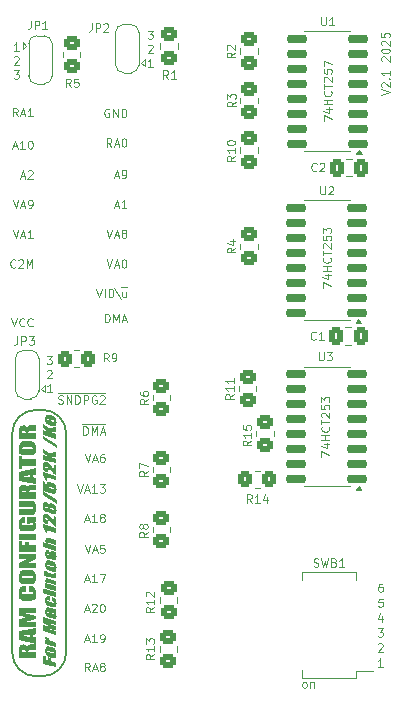
<source format=gto>
G04 #@! TF.GenerationSoftware,KiCad,Pcbnew,8.0.5*
G04 #@! TF.CreationDate,2025-01-09T14:40:58-04:00*
G04 #@! TF.ProjectId,RAMAUXB_V2,52414d41-5558-4425-9f56-322e6b696361,rev?*
G04 #@! TF.SameCoordinates,Original*
G04 #@! TF.FileFunction,Legend,Top*
G04 #@! TF.FilePolarity,Positive*
%FSLAX46Y46*%
G04 Gerber Fmt 4.6, Leading zero omitted, Abs format (unit mm)*
G04 Created by KiCad (PCBNEW 8.0.5) date 2025-01-09 14:40:58*
%MOMM*%
%LPD*%
G01*
G04 APERTURE LIST*
G04 Aperture macros list*
%AMRoundRect*
0 Rectangle with rounded corners*
0 $1 Rounding radius*
0 $2 $3 $4 $5 $6 $7 $8 $9 X,Y pos of 4 corners*
0 Add a 4 corners polygon primitive as box body*
4,1,4,$2,$3,$4,$5,$6,$7,$8,$9,$2,$3,0*
0 Add four circle primitives for the rounded corners*
1,1,$1+$1,$2,$3*
1,1,$1+$1,$4,$5*
1,1,$1+$1,$6,$7*
1,1,$1+$1,$8,$9*
0 Add four rect primitives between the rounded corners*
20,1,$1+$1,$2,$3,$4,$5,0*
20,1,$1+$1,$4,$5,$6,$7,0*
20,1,$1+$1,$6,$7,$8,$9,0*
20,1,$1+$1,$8,$9,$2,$3,0*%
%AMFreePoly0*
4,1,19,0.550000,-0.750000,0.000000,-0.750000,0.000000,-0.744911,-0.071157,-0.744911,-0.207708,-0.704816,-0.327430,-0.627875,-0.420627,-0.520320,-0.479746,-0.390866,-0.500000,-0.250000,-0.500000,0.250000,-0.479746,0.390866,-0.420627,0.520320,-0.327430,0.627875,-0.207708,0.704816,-0.071157,0.744911,0.000000,0.744911,0.000000,0.750000,0.550000,0.750000,0.550000,-0.750000,0.550000,-0.750000,
$1*%
%AMFreePoly1*
4,1,19,0.000000,0.744911,0.071157,0.744911,0.207708,0.704816,0.327430,0.627875,0.420627,0.520320,0.479746,0.390866,0.500000,0.250000,0.500000,-0.250000,0.479746,-0.390866,0.420627,-0.520320,0.327430,-0.627875,0.207708,-0.704816,0.071157,-0.744911,0.000000,-0.744911,0.000000,-0.750000,-0.550000,-0.750000,-0.550000,0.750000,0.000000,0.750000,0.000000,0.744911,0.000000,0.744911,
$1*%
G04 Aperture macros list end*
%ADD10C,0.200000*%
%ADD11C,0.100000*%
%ADD12C,0.160000*%
%ADD13C,0.150000*%
%ADD14C,0.120000*%
%ADD15RoundRect,0.250000X-0.450000X0.350000X-0.450000X-0.350000X0.450000X-0.350000X0.450000X0.350000X0*%
%ADD16RoundRect,0.250000X0.450000X-0.350000X0.450000X0.350000X-0.450000X0.350000X-0.450000X-0.350000X0*%
%ADD17RoundRect,0.250000X-0.337500X-0.475000X0.337500X-0.475000X0.337500X0.475000X-0.337500X0.475000X0*%
%ADD18FreePoly0,270.000000*%
%ADD19R,1.500000X1.000000*%
%ADD20FreePoly1,270.000000*%
%ADD21RoundRect,0.150000X0.725000X0.150000X-0.725000X0.150000X-0.725000X-0.150000X0.725000X-0.150000X0*%
%ADD22FreePoly0,90.000000*%
%ADD23FreePoly1,90.000000*%
%ADD24RoundRect,0.250000X0.350000X0.450000X-0.350000X0.450000X-0.350000X-0.450000X0.350000X-0.450000X0*%
%ADD25R,1.250000X0.760000*%
%ADD26R,1.700000X1.700000*%
%ADD27O,1.700000X1.700000*%
G04 APERTURE END LIST*
D10*
X82985000Y-142435000D02*
G75*
G02*
X80985000Y-144435000I-2000000J0D01*
G01*
X80405000Y-121885000D02*
X80985000Y-121885000D01*
X80985000Y-121885000D02*
G75*
G02*
X82985000Y-123885000I0J-2000000D01*
G01*
X82985000Y-123885000D02*
X82985000Y-142435000D01*
X78405000Y-142435000D02*
X78405000Y-123885000D01*
X78405000Y-123885000D02*
G75*
G02*
X80405000Y-121885000I2000000J0D01*
G01*
X80985000Y-144435000D02*
X80405000Y-144435000D01*
X80405000Y-144435000D02*
G75*
G02*
X78405000Y-142435000I0J2000000D01*
G01*
D11*
X81769122Y-120399133D02*
X81369122Y-120399133D01*
X81569122Y-120399133D02*
X81569122Y-119699133D01*
X81569122Y-119699133D02*
X81502455Y-119799133D01*
X81502455Y-119799133D02*
X81435789Y-119865800D01*
X81435789Y-119865800D02*
X81369122Y-119899133D01*
X84570549Y-136269133D02*
X84903882Y-136269133D01*
X84503882Y-136469133D02*
X84737216Y-135769133D01*
X84737216Y-135769133D02*
X84970549Y-136469133D01*
X85570549Y-136469133D02*
X85170549Y-136469133D01*
X85370549Y-136469133D02*
X85370549Y-135769133D01*
X85370549Y-135769133D02*
X85303882Y-135869133D01*
X85303882Y-135869133D02*
X85237216Y-135935800D01*
X85237216Y-135935800D02*
X85170549Y-135969133D01*
X85803883Y-135769133D02*
X86270549Y-135769133D01*
X86270549Y-135769133D02*
X85970549Y-136469133D01*
X84970549Y-144009133D02*
X84737216Y-143675800D01*
X84570549Y-144009133D02*
X84570549Y-143309133D01*
X84570549Y-143309133D02*
X84837216Y-143309133D01*
X84837216Y-143309133D02*
X84903883Y-143342466D01*
X84903883Y-143342466D02*
X84937216Y-143375800D01*
X84937216Y-143375800D02*
X84970549Y-143442466D01*
X84970549Y-143442466D02*
X84970549Y-143542466D01*
X84970549Y-143542466D02*
X84937216Y-143609133D01*
X84937216Y-143609133D02*
X84903883Y-143642466D01*
X84903883Y-143642466D02*
X84837216Y-143675800D01*
X84837216Y-143675800D02*
X84570549Y-143675800D01*
X85237216Y-143809133D02*
X85570549Y-143809133D01*
X85170549Y-144009133D02*
X85403883Y-143309133D01*
X85403883Y-143309133D02*
X85637216Y-144009133D01*
X85970549Y-143609133D02*
X85903883Y-143575800D01*
X85903883Y-143575800D02*
X85870549Y-143542466D01*
X85870549Y-143542466D02*
X85837216Y-143475800D01*
X85837216Y-143475800D02*
X85837216Y-143442466D01*
X85837216Y-143442466D02*
X85870549Y-143375800D01*
X85870549Y-143375800D02*
X85903883Y-143342466D01*
X85903883Y-143342466D02*
X85970549Y-143309133D01*
X85970549Y-143309133D02*
X86103883Y-143309133D01*
X86103883Y-143309133D02*
X86170549Y-143342466D01*
X86170549Y-143342466D02*
X86203883Y-143375800D01*
X86203883Y-143375800D02*
X86237216Y-143442466D01*
X86237216Y-143442466D02*
X86237216Y-143475800D01*
X86237216Y-143475800D02*
X86203883Y-143542466D01*
X86203883Y-143542466D02*
X86170549Y-143575800D01*
X86170549Y-143575800D02*
X86103883Y-143609133D01*
X86103883Y-143609133D02*
X85970549Y-143609133D01*
X85970549Y-143609133D02*
X85903883Y-143642466D01*
X85903883Y-143642466D02*
X85870549Y-143675800D01*
X85870549Y-143675800D02*
X85837216Y-143742466D01*
X85837216Y-143742466D02*
X85837216Y-143875800D01*
X85837216Y-143875800D02*
X85870549Y-143942466D01*
X85870549Y-143942466D02*
X85903883Y-143975800D01*
X85903883Y-143975800D02*
X85970549Y-144009133D01*
X85970549Y-144009133D02*
X86103883Y-144009133D01*
X86103883Y-144009133D02*
X86170549Y-143975800D01*
X86170549Y-143975800D02*
X86203883Y-143942466D01*
X86203883Y-143942466D02*
X86237216Y-143875800D01*
X86237216Y-143875800D02*
X86237216Y-143742466D01*
X86237216Y-143742466D02*
X86203883Y-143675800D01*
X86203883Y-143675800D02*
X86170549Y-143642466D01*
X86170549Y-143642466D02*
X86103883Y-143609133D01*
X109661533Y-95222544D02*
X110361533Y-94989211D01*
X110361533Y-94989211D02*
X109661533Y-94755877D01*
X109728200Y-94555877D02*
X109694866Y-94522544D01*
X109694866Y-94522544D02*
X109661533Y-94455877D01*
X109661533Y-94455877D02*
X109661533Y-94289211D01*
X109661533Y-94289211D02*
X109694866Y-94222544D01*
X109694866Y-94222544D02*
X109728200Y-94189211D01*
X109728200Y-94189211D02*
X109794866Y-94155877D01*
X109794866Y-94155877D02*
X109861533Y-94155877D01*
X109861533Y-94155877D02*
X109961533Y-94189211D01*
X109961533Y-94189211D02*
X110361533Y-94589211D01*
X110361533Y-94589211D02*
X110361533Y-94155877D01*
X110294866Y-93855877D02*
X110328200Y-93822544D01*
X110328200Y-93822544D02*
X110361533Y-93855877D01*
X110361533Y-93855877D02*
X110328200Y-93889210D01*
X110328200Y-93889210D02*
X110294866Y-93855877D01*
X110294866Y-93855877D02*
X110361533Y-93855877D01*
X110361533Y-93155877D02*
X110361533Y-93555877D01*
X110361533Y-93355877D02*
X109661533Y-93355877D01*
X109661533Y-93355877D02*
X109761533Y-93422544D01*
X109761533Y-93422544D02*
X109828200Y-93489211D01*
X109828200Y-93489211D02*
X109861533Y-93555877D01*
X109728200Y-92355877D02*
X109694866Y-92322544D01*
X109694866Y-92322544D02*
X109661533Y-92255877D01*
X109661533Y-92255877D02*
X109661533Y-92089211D01*
X109661533Y-92089211D02*
X109694866Y-92022544D01*
X109694866Y-92022544D02*
X109728200Y-91989211D01*
X109728200Y-91989211D02*
X109794866Y-91955877D01*
X109794866Y-91955877D02*
X109861533Y-91955877D01*
X109861533Y-91955877D02*
X109961533Y-91989211D01*
X109961533Y-91989211D02*
X110361533Y-92389211D01*
X110361533Y-92389211D02*
X110361533Y-91955877D01*
X109661533Y-91522544D02*
X109661533Y-91455877D01*
X109661533Y-91455877D02*
X109694866Y-91389210D01*
X109694866Y-91389210D02*
X109728200Y-91355877D01*
X109728200Y-91355877D02*
X109794866Y-91322544D01*
X109794866Y-91322544D02*
X109928200Y-91289210D01*
X109928200Y-91289210D02*
X110094866Y-91289210D01*
X110094866Y-91289210D02*
X110228200Y-91322544D01*
X110228200Y-91322544D02*
X110294866Y-91355877D01*
X110294866Y-91355877D02*
X110328200Y-91389210D01*
X110328200Y-91389210D02*
X110361533Y-91455877D01*
X110361533Y-91455877D02*
X110361533Y-91522544D01*
X110361533Y-91522544D02*
X110328200Y-91589210D01*
X110328200Y-91589210D02*
X110294866Y-91622544D01*
X110294866Y-91622544D02*
X110228200Y-91655877D01*
X110228200Y-91655877D02*
X110094866Y-91689210D01*
X110094866Y-91689210D02*
X109928200Y-91689210D01*
X109928200Y-91689210D02*
X109794866Y-91655877D01*
X109794866Y-91655877D02*
X109728200Y-91622544D01*
X109728200Y-91622544D02*
X109694866Y-91589210D01*
X109694866Y-91589210D02*
X109661533Y-91522544D01*
X109728200Y-91022543D02*
X109694866Y-90989210D01*
X109694866Y-90989210D02*
X109661533Y-90922543D01*
X109661533Y-90922543D02*
X109661533Y-90755877D01*
X109661533Y-90755877D02*
X109694866Y-90689210D01*
X109694866Y-90689210D02*
X109728200Y-90655877D01*
X109728200Y-90655877D02*
X109794866Y-90622543D01*
X109794866Y-90622543D02*
X109861533Y-90622543D01*
X109861533Y-90622543D02*
X109961533Y-90655877D01*
X109961533Y-90655877D02*
X110361533Y-91055877D01*
X110361533Y-91055877D02*
X110361533Y-90622543D01*
X109661533Y-89989210D02*
X109661533Y-90322543D01*
X109661533Y-90322543D02*
X109994866Y-90355876D01*
X109994866Y-90355876D02*
X109961533Y-90322543D01*
X109961533Y-90322543D02*
X109928200Y-90255876D01*
X109928200Y-90255876D02*
X109928200Y-90089210D01*
X109928200Y-90089210D02*
X109961533Y-90022543D01*
X109961533Y-90022543D02*
X109994866Y-89989210D01*
X109994866Y-89989210D02*
X110061533Y-89955876D01*
X110061533Y-89955876D02*
X110228200Y-89955876D01*
X110228200Y-89955876D02*
X110294866Y-89989210D01*
X110294866Y-89989210D02*
X110328200Y-90022543D01*
X110328200Y-90022543D02*
X110361533Y-90089210D01*
X110361533Y-90089210D02*
X110361533Y-90255876D01*
X110361533Y-90255876D02*
X110328200Y-90322543D01*
X110328200Y-90322543D02*
X110294866Y-90355876D01*
X78559122Y-92015800D02*
X78592455Y-91982466D01*
X78592455Y-91982466D02*
X78659122Y-91949133D01*
X78659122Y-91949133D02*
X78825789Y-91949133D01*
X78825789Y-91949133D02*
X78892455Y-91982466D01*
X78892455Y-91982466D02*
X78925789Y-92015800D01*
X78925789Y-92015800D02*
X78959122Y-92082466D01*
X78959122Y-92082466D02*
X78959122Y-92149133D01*
X78959122Y-92149133D02*
X78925789Y-92249133D01*
X78925789Y-92249133D02*
X78525789Y-92649133D01*
X78525789Y-92649133D02*
X78959122Y-92649133D01*
X85546264Y-111649133D02*
X85779598Y-112349133D01*
X85779598Y-112349133D02*
X86012931Y-111649133D01*
X86246264Y-112349133D02*
X86246264Y-111649133D01*
X86579597Y-112349133D02*
X86579597Y-111649133D01*
X86579597Y-111649133D02*
X86746264Y-111649133D01*
X86746264Y-111649133D02*
X86846264Y-111682466D01*
X86846264Y-111682466D02*
X86912931Y-111749133D01*
X86912931Y-111749133D02*
X86946264Y-111815800D01*
X86946264Y-111815800D02*
X86979597Y-111949133D01*
X86979597Y-111949133D02*
X86979597Y-112049133D01*
X86979597Y-112049133D02*
X86946264Y-112182466D01*
X86946264Y-112182466D02*
X86912931Y-112249133D01*
X86912931Y-112249133D02*
X86846264Y-112315800D01*
X86846264Y-112315800D02*
X86746264Y-112349133D01*
X86746264Y-112349133D02*
X86579597Y-112349133D01*
X87046264Y-111582466D02*
X87646264Y-112482466D01*
X88046264Y-111882466D02*
X88046264Y-112349133D01*
X87746264Y-111882466D02*
X87746264Y-112249133D01*
X87746264Y-112249133D02*
X87779598Y-112315800D01*
X87779598Y-112315800D02*
X87846264Y-112349133D01*
X87846264Y-112349133D02*
X87946264Y-112349133D01*
X87946264Y-112349133D02*
X88012931Y-112315800D01*
X88012931Y-112315800D02*
X88046264Y-112282466D01*
X87649598Y-111454800D02*
X88142931Y-111454800D01*
X78525789Y-93139133D02*
X78959122Y-93139133D01*
X78959122Y-93139133D02*
X78725789Y-93405800D01*
X78725789Y-93405800D02*
X78825789Y-93405800D01*
X78825789Y-93405800D02*
X78892455Y-93439133D01*
X78892455Y-93439133D02*
X78925789Y-93472466D01*
X78925789Y-93472466D02*
X78959122Y-93539133D01*
X78959122Y-93539133D02*
X78959122Y-93705800D01*
X78959122Y-93705800D02*
X78925789Y-93772466D01*
X78925789Y-93772466D02*
X78892455Y-93805800D01*
X78892455Y-93805800D02*
X78825789Y-93839133D01*
X78825789Y-93839133D02*
X78625789Y-93839133D01*
X78625789Y-93839133D02*
X78559122Y-93805800D01*
X78559122Y-93805800D02*
X78525789Y-93772466D01*
X78332930Y-114119133D02*
X78566264Y-114819133D01*
X78566264Y-114819133D02*
X78799597Y-114119133D01*
X79432930Y-114752466D02*
X79399597Y-114785800D01*
X79399597Y-114785800D02*
X79299597Y-114819133D01*
X79299597Y-114819133D02*
X79232930Y-114819133D01*
X79232930Y-114819133D02*
X79132930Y-114785800D01*
X79132930Y-114785800D02*
X79066264Y-114719133D01*
X79066264Y-114719133D02*
X79032930Y-114652466D01*
X79032930Y-114652466D02*
X78999597Y-114519133D01*
X78999597Y-114519133D02*
X78999597Y-114419133D01*
X78999597Y-114419133D02*
X79032930Y-114285800D01*
X79032930Y-114285800D02*
X79066264Y-114219133D01*
X79066264Y-114219133D02*
X79132930Y-114152466D01*
X79132930Y-114152466D02*
X79232930Y-114119133D01*
X79232930Y-114119133D02*
X79299597Y-114119133D01*
X79299597Y-114119133D02*
X79399597Y-114152466D01*
X79399597Y-114152466D02*
X79432930Y-114185800D01*
X80132930Y-114752466D02*
X80099597Y-114785800D01*
X80099597Y-114785800D02*
X79999597Y-114819133D01*
X79999597Y-114819133D02*
X79932930Y-114819133D01*
X79932930Y-114819133D02*
X79832930Y-114785800D01*
X79832930Y-114785800D02*
X79766264Y-114719133D01*
X79766264Y-114719133D02*
X79732930Y-114652466D01*
X79732930Y-114652466D02*
X79699597Y-114519133D01*
X79699597Y-114519133D02*
X79699597Y-114419133D01*
X79699597Y-114419133D02*
X79732930Y-114285800D01*
X79732930Y-114285800D02*
X79766264Y-114219133D01*
X79766264Y-114219133D02*
X79832930Y-114152466D01*
X79832930Y-114152466D02*
X79932930Y-114119133D01*
X79932930Y-114119133D02*
X79999597Y-114119133D01*
X79999597Y-114119133D02*
X80099597Y-114152466D01*
X80099597Y-114152466D02*
X80132930Y-114185800D01*
X78466263Y-106631633D02*
X78699597Y-107331633D01*
X78699597Y-107331633D02*
X78932930Y-106631633D01*
X79132930Y-107131633D02*
X79466263Y-107131633D01*
X79066263Y-107331633D02*
X79299597Y-106631633D01*
X79299597Y-106631633D02*
X79532930Y-107331633D01*
X80132930Y-107331633D02*
X79732930Y-107331633D01*
X79932930Y-107331633D02*
X79932930Y-106631633D01*
X79932930Y-106631633D02*
X79866263Y-106731633D01*
X79866263Y-106731633D02*
X79799597Y-106798300D01*
X79799597Y-106798300D02*
X79732930Y-106831633D01*
X86279597Y-114439133D02*
X86279597Y-113739133D01*
X86279597Y-113739133D02*
X86446264Y-113739133D01*
X86446264Y-113739133D02*
X86546264Y-113772466D01*
X86546264Y-113772466D02*
X86612931Y-113839133D01*
X86612931Y-113839133D02*
X86646264Y-113905800D01*
X86646264Y-113905800D02*
X86679597Y-114039133D01*
X86679597Y-114039133D02*
X86679597Y-114139133D01*
X86679597Y-114139133D02*
X86646264Y-114272466D01*
X86646264Y-114272466D02*
X86612931Y-114339133D01*
X86612931Y-114339133D02*
X86546264Y-114405800D01*
X86546264Y-114405800D02*
X86446264Y-114439133D01*
X86446264Y-114439133D02*
X86279597Y-114439133D01*
X86979597Y-114439133D02*
X86979597Y-113739133D01*
X86979597Y-113739133D02*
X87212931Y-114239133D01*
X87212931Y-114239133D02*
X87446264Y-113739133D01*
X87446264Y-113739133D02*
X87446264Y-114439133D01*
X87746264Y-114239133D02*
X88079597Y-114239133D01*
X87679597Y-114439133D02*
X87912931Y-113739133D01*
X87912931Y-113739133D02*
X88146264Y-114439133D01*
X109779122Y-143619133D02*
X109379122Y-143619133D01*
X109579122Y-143619133D02*
X109579122Y-142919133D01*
X109579122Y-142919133D02*
X109512455Y-143019133D01*
X109512455Y-143019133D02*
X109445789Y-143085800D01*
X109445789Y-143085800D02*
X109379122Y-143119133D01*
X109730455Y-136589133D02*
X109597122Y-136589133D01*
X109597122Y-136589133D02*
X109530455Y-136622466D01*
X109530455Y-136622466D02*
X109497122Y-136655800D01*
X109497122Y-136655800D02*
X109430455Y-136755800D01*
X109430455Y-136755800D02*
X109397122Y-136889133D01*
X109397122Y-136889133D02*
X109397122Y-137155800D01*
X109397122Y-137155800D02*
X109430455Y-137222466D01*
X109430455Y-137222466D02*
X109463789Y-137255800D01*
X109463789Y-137255800D02*
X109530455Y-137289133D01*
X109530455Y-137289133D02*
X109663789Y-137289133D01*
X109663789Y-137289133D02*
X109730455Y-137255800D01*
X109730455Y-137255800D02*
X109763789Y-137222466D01*
X109763789Y-137222466D02*
X109797122Y-137155800D01*
X109797122Y-137155800D02*
X109797122Y-136989133D01*
X109797122Y-136989133D02*
X109763789Y-136922466D01*
X109763789Y-136922466D02*
X109730455Y-136889133D01*
X109730455Y-136889133D02*
X109663789Y-136855800D01*
X109663789Y-136855800D02*
X109530455Y-136855800D01*
X109530455Y-136855800D02*
X109463789Y-136889133D01*
X109463789Y-136889133D02*
X109430455Y-136922466D01*
X109430455Y-136922466D02*
X109397122Y-136989133D01*
X84570549Y-133289133D02*
X84803883Y-133989133D01*
X84803883Y-133989133D02*
X85037216Y-133289133D01*
X85237216Y-133789133D02*
X85570549Y-133789133D01*
X85170549Y-133989133D02*
X85403883Y-133289133D01*
X85403883Y-133289133D02*
X85637216Y-133989133D01*
X86203883Y-133289133D02*
X85870549Y-133289133D01*
X85870549Y-133289133D02*
X85837216Y-133622466D01*
X85837216Y-133622466D02*
X85870549Y-133589133D01*
X85870549Y-133589133D02*
X85937216Y-133555800D01*
X85937216Y-133555800D02*
X86103883Y-133555800D01*
X86103883Y-133555800D02*
X86170549Y-133589133D01*
X86170549Y-133589133D02*
X86203883Y-133622466D01*
X86203883Y-133622466D02*
X86237216Y-133689133D01*
X86237216Y-133689133D02*
X86237216Y-133855800D01*
X86237216Y-133855800D02*
X86203883Y-133922466D01*
X86203883Y-133922466D02*
X86170549Y-133955800D01*
X86170549Y-133955800D02*
X86103883Y-133989133D01*
X86103883Y-133989133D02*
X85937216Y-133989133D01*
X85937216Y-133989133D02*
X85870549Y-133955800D01*
X85870549Y-133955800D02*
X85837216Y-133922466D01*
X86812930Y-99589133D02*
X86579597Y-99255800D01*
X86412930Y-99589133D02*
X86412930Y-98889133D01*
X86412930Y-98889133D02*
X86679597Y-98889133D01*
X86679597Y-98889133D02*
X86746264Y-98922466D01*
X86746264Y-98922466D02*
X86779597Y-98955800D01*
X86779597Y-98955800D02*
X86812930Y-99022466D01*
X86812930Y-99022466D02*
X86812930Y-99122466D01*
X86812930Y-99122466D02*
X86779597Y-99189133D01*
X86779597Y-99189133D02*
X86746264Y-99222466D01*
X86746264Y-99222466D02*
X86679597Y-99255800D01*
X86679597Y-99255800D02*
X86412930Y-99255800D01*
X87079597Y-99389133D02*
X87412930Y-99389133D01*
X87012930Y-99589133D02*
X87246264Y-98889133D01*
X87246264Y-98889133D02*
X87479597Y-99589133D01*
X87846264Y-98889133D02*
X87912930Y-98889133D01*
X87912930Y-98889133D02*
X87979597Y-98922466D01*
X87979597Y-98922466D02*
X88012930Y-98955800D01*
X88012930Y-98955800D02*
X88046264Y-99022466D01*
X88046264Y-99022466D02*
X88079597Y-99155800D01*
X88079597Y-99155800D02*
X88079597Y-99322466D01*
X88079597Y-99322466D02*
X88046264Y-99455800D01*
X88046264Y-99455800D02*
X88012930Y-99522466D01*
X88012930Y-99522466D02*
X87979597Y-99555800D01*
X87979597Y-99555800D02*
X87912930Y-99589133D01*
X87912930Y-99589133D02*
X87846264Y-99589133D01*
X87846264Y-99589133D02*
X87779597Y-99555800D01*
X87779597Y-99555800D02*
X87746264Y-99522466D01*
X87746264Y-99522466D02*
X87712930Y-99455800D01*
X87712930Y-99455800D02*
X87679597Y-99322466D01*
X87679597Y-99322466D02*
X87679597Y-99155800D01*
X87679597Y-99155800D02*
X87712930Y-99022466D01*
X87712930Y-99022466D02*
X87746264Y-98955800D01*
X87746264Y-98955800D02*
X87779597Y-98922466D01*
X87779597Y-98922466D02*
X87846264Y-98889133D01*
X78959122Y-91459133D02*
X78559122Y-91459133D01*
X78759122Y-91459133D02*
X78759122Y-90759133D01*
X78759122Y-90759133D02*
X78692455Y-90859133D01*
X78692455Y-90859133D02*
X78625789Y-90925800D01*
X78625789Y-90925800D02*
X78559122Y-90959133D01*
X84570549Y-131189133D02*
X84903882Y-131189133D01*
X84503882Y-131389133D02*
X84737216Y-130689133D01*
X84737216Y-130689133D02*
X84970549Y-131389133D01*
X85570549Y-131389133D02*
X85170549Y-131389133D01*
X85370549Y-131389133D02*
X85370549Y-130689133D01*
X85370549Y-130689133D02*
X85303882Y-130789133D01*
X85303882Y-130789133D02*
X85237216Y-130855800D01*
X85237216Y-130855800D02*
X85170549Y-130889133D01*
X85970549Y-130989133D02*
X85903883Y-130955800D01*
X85903883Y-130955800D02*
X85870549Y-130922466D01*
X85870549Y-130922466D02*
X85837216Y-130855800D01*
X85837216Y-130855800D02*
X85837216Y-130822466D01*
X85837216Y-130822466D02*
X85870549Y-130755800D01*
X85870549Y-130755800D02*
X85903883Y-130722466D01*
X85903883Y-130722466D02*
X85970549Y-130689133D01*
X85970549Y-130689133D02*
X86103883Y-130689133D01*
X86103883Y-130689133D02*
X86170549Y-130722466D01*
X86170549Y-130722466D02*
X86203883Y-130755800D01*
X86203883Y-130755800D02*
X86237216Y-130822466D01*
X86237216Y-130822466D02*
X86237216Y-130855800D01*
X86237216Y-130855800D02*
X86203883Y-130922466D01*
X86203883Y-130922466D02*
X86170549Y-130955800D01*
X86170549Y-130955800D02*
X86103883Y-130989133D01*
X86103883Y-130989133D02*
X85970549Y-130989133D01*
X85970549Y-130989133D02*
X85903883Y-131022466D01*
X85903883Y-131022466D02*
X85870549Y-131055800D01*
X85870549Y-131055800D02*
X85837216Y-131122466D01*
X85837216Y-131122466D02*
X85837216Y-131255800D01*
X85837216Y-131255800D02*
X85870549Y-131322466D01*
X85870549Y-131322466D02*
X85903883Y-131355800D01*
X85903883Y-131355800D02*
X85970549Y-131389133D01*
X85970549Y-131389133D02*
X86103883Y-131389133D01*
X86103883Y-131389133D02*
X86170549Y-131355800D01*
X86170549Y-131355800D02*
X86203883Y-131322466D01*
X86203883Y-131322466D02*
X86237216Y-131255800D01*
X86237216Y-131255800D02*
X86237216Y-131122466D01*
X86237216Y-131122466D02*
X86203883Y-131055800D01*
X86203883Y-131055800D02*
X86170549Y-131022466D01*
X86170549Y-131022466D02*
X86103883Y-130989133D01*
X84570549Y-125599133D02*
X84803883Y-126299133D01*
X84803883Y-126299133D02*
X85037216Y-125599133D01*
X85237216Y-126099133D02*
X85570549Y-126099133D01*
X85170549Y-126299133D02*
X85403883Y-125599133D01*
X85403883Y-125599133D02*
X85637216Y-126299133D01*
X86170549Y-125599133D02*
X86037216Y-125599133D01*
X86037216Y-125599133D02*
X85970549Y-125632466D01*
X85970549Y-125632466D02*
X85937216Y-125665800D01*
X85937216Y-125665800D02*
X85870549Y-125765800D01*
X85870549Y-125765800D02*
X85837216Y-125899133D01*
X85837216Y-125899133D02*
X85837216Y-126165800D01*
X85837216Y-126165800D02*
X85870549Y-126232466D01*
X85870549Y-126232466D02*
X85903883Y-126265800D01*
X85903883Y-126265800D02*
X85970549Y-126299133D01*
X85970549Y-126299133D02*
X86103883Y-126299133D01*
X86103883Y-126299133D02*
X86170549Y-126265800D01*
X86170549Y-126265800D02*
X86203883Y-126232466D01*
X86203883Y-126232466D02*
X86237216Y-126165800D01*
X86237216Y-126165800D02*
X86237216Y-125999133D01*
X86237216Y-125999133D02*
X86203883Y-125932466D01*
X86203883Y-125932466D02*
X86170549Y-125899133D01*
X86170549Y-125899133D02*
X86103883Y-125865800D01*
X86103883Y-125865800D02*
X85970549Y-125865800D01*
X85970549Y-125865800D02*
X85903883Y-125899133D01*
X85903883Y-125899133D02*
X85870549Y-125932466D01*
X85870549Y-125932466D02*
X85837216Y-125999133D01*
X78466263Y-99579133D02*
X78799596Y-99579133D01*
X78399596Y-99779133D02*
X78632930Y-99079133D01*
X78632930Y-99079133D02*
X78866263Y-99779133D01*
X79466263Y-99779133D02*
X79066263Y-99779133D01*
X79266263Y-99779133D02*
X79266263Y-99079133D01*
X79266263Y-99079133D02*
X79199596Y-99179133D01*
X79199596Y-99179133D02*
X79132930Y-99245800D01*
X79132930Y-99245800D02*
X79066263Y-99279133D01*
X79899597Y-99079133D02*
X79966263Y-99079133D01*
X79966263Y-99079133D02*
X80032930Y-99112466D01*
X80032930Y-99112466D02*
X80066263Y-99145800D01*
X80066263Y-99145800D02*
X80099597Y-99212466D01*
X80099597Y-99212466D02*
X80132930Y-99345800D01*
X80132930Y-99345800D02*
X80132930Y-99512466D01*
X80132930Y-99512466D02*
X80099597Y-99645800D01*
X80099597Y-99645800D02*
X80066263Y-99712466D01*
X80066263Y-99712466D02*
X80032930Y-99745800D01*
X80032930Y-99745800D02*
X79966263Y-99779133D01*
X79966263Y-99779133D02*
X79899597Y-99779133D01*
X79899597Y-99779133D02*
X79832930Y-99745800D01*
X79832930Y-99745800D02*
X79799597Y-99712466D01*
X79799597Y-99712466D02*
X79766263Y-99645800D01*
X79766263Y-99645800D02*
X79732930Y-99512466D01*
X79732930Y-99512466D02*
X79732930Y-99345800D01*
X79732930Y-99345800D02*
X79766263Y-99212466D01*
X79766263Y-99212466D02*
X79799597Y-99145800D01*
X79799597Y-99145800D02*
X79832930Y-99112466D01*
X79832930Y-99112466D02*
X79899597Y-99079133D01*
X81369122Y-118575800D02*
X81402455Y-118542466D01*
X81402455Y-118542466D02*
X81469122Y-118509133D01*
X81469122Y-118509133D02*
X81635789Y-118509133D01*
X81635789Y-118509133D02*
X81702455Y-118542466D01*
X81702455Y-118542466D02*
X81735789Y-118575800D01*
X81735789Y-118575800D02*
X81769122Y-118642466D01*
X81769122Y-118642466D02*
X81769122Y-118709133D01*
X81769122Y-118709133D02*
X81735789Y-118809133D01*
X81735789Y-118809133D02*
X81335789Y-119209133D01*
X81335789Y-119209133D02*
X81769122Y-119209133D01*
X78666263Y-109782466D02*
X78632930Y-109815800D01*
X78632930Y-109815800D02*
X78532930Y-109849133D01*
X78532930Y-109849133D02*
X78466263Y-109849133D01*
X78466263Y-109849133D02*
X78366263Y-109815800D01*
X78366263Y-109815800D02*
X78299597Y-109749133D01*
X78299597Y-109749133D02*
X78266263Y-109682466D01*
X78266263Y-109682466D02*
X78232930Y-109549133D01*
X78232930Y-109549133D02*
X78232930Y-109449133D01*
X78232930Y-109449133D02*
X78266263Y-109315800D01*
X78266263Y-109315800D02*
X78299597Y-109249133D01*
X78299597Y-109249133D02*
X78366263Y-109182466D01*
X78366263Y-109182466D02*
X78466263Y-109149133D01*
X78466263Y-109149133D02*
X78532930Y-109149133D01*
X78532930Y-109149133D02*
X78632930Y-109182466D01*
X78632930Y-109182466D02*
X78666263Y-109215800D01*
X78932930Y-109215800D02*
X78966263Y-109182466D01*
X78966263Y-109182466D02*
X79032930Y-109149133D01*
X79032930Y-109149133D02*
X79199597Y-109149133D01*
X79199597Y-109149133D02*
X79266263Y-109182466D01*
X79266263Y-109182466D02*
X79299597Y-109215800D01*
X79299597Y-109215800D02*
X79332930Y-109282466D01*
X79332930Y-109282466D02*
X79332930Y-109349133D01*
X79332930Y-109349133D02*
X79299597Y-109449133D01*
X79299597Y-109449133D02*
X78899597Y-109849133D01*
X78899597Y-109849133D02*
X79332930Y-109849133D01*
X79632930Y-109849133D02*
X79632930Y-109149133D01*
X79632930Y-109149133D02*
X79866264Y-109649133D01*
X79866264Y-109649133D02*
X80099597Y-109149133D01*
X80099597Y-109149133D02*
X80099597Y-109849133D01*
X86412930Y-109131633D02*
X86646264Y-109831633D01*
X86646264Y-109831633D02*
X86879597Y-109131633D01*
X87079597Y-109631633D02*
X87412930Y-109631633D01*
X87012930Y-109831633D02*
X87246264Y-109131633D01*
X87246264Y-109131633D02*
X87479597Y-109831633D01*
X87846264Y-109131633D02*
X87912930Y-109131633D01*
X87912930Y-109131633D02*
X87979597Y-109164966D01*
X87979597Y-109164966D02*
X88012930Y-109198300D01*
X88012930Y-109198300D02*
X88046264Y-109264966D01*
X88046264Y-109264966D02*
X88079597Y-109398300D01*
X88079597Y-109398300D02*
X88079597Y-109564966D01*
X88079597Y-109564966D02*
X88046264Y-109698300D01*
X88046264Y-109698300D02*
X88012930Y-109764966D01*
X88012930Y-109764966D02*
X87979597Y-109798300D01*
X87979597Y-109798300D02*
X87912930Y-109831633D01*
X87912930Y-109831633D02*
X87846264Y-109831633D01*
X87846264Y-109831633D02*
X87779597Y-109798300D01*
X87779597Y-109798300D02*
X87746264Y-109764966D01*
X87746264Y-109764966D02*
X87712930Y-109698300D01*
X87712930Y-109698300D02*
X87679597Y-109564966D01*
X87679597Y-109564966D02*
X87679597Y-109398300D01*
X87679597Y-109398300D02*
X87712930Y-109264966D01*
X87712930Y-109264966D02*
X87746264Y-109198300D01*
X87746264Y-109198300D02*
X87779597Y-109164966D01*
X87779597Y-109164966D02*
X87846264Y-109131633D01*
X87079597Y-104596633D02*
X87412930Y-104596633D01*
X87012930Y-104796633D02*
X87246264Y-104096633D01*
X87246264Y-104096633D02*
X87479597Y-104796633D01*
X88079597Y-104796633D02*
X87679597Y-104796633D01*
X87879597Y-104796633D02*
X87879597Y-104096633D01*
X87879597Y-104096633D02*
X87812930Y-104196633D01*
X87812930Y-104196633D02*
X87746264Y-104263300D01*
X87746264Y-104263300D02*
X87679597Y-104296633D01*
X84570549Y-141369133D02*
X84903882Y-141369133D01*
X84503882Y-141569133D02*
X84737216Y-140869133D01*
X84737216Y-140869133D02*
X84970549Y-141569133D01*
X85570549Y-141569133D02*
X85170549Y-141569133D01*
X85370549Y-141569133D02*
X85370549Y-140869133D01*
X85370549Y-140869133D02*
X85303882Y-140969133D01*
X85303882Y-140969133D02*
X85237216Y-141035800D01*
X85237216Y-141035800D02*
X85170549Y-141069133D01*
X85903883Y-141569133D02*
X86037216Y-141569133D01*
X86037216Y-141569133D02*
X86103883Y-141535800D01*
X86103883Y-141535800D02*
X86137216Y-141502466D01*
X86137216Y-141502466D02*
X86203883Y-141402466D01*
X86203883Y-141402466D02*
X86237216Y-141269133D01*
X86237216Y-141269133D02*
X86237216Y-141002466D01*
X86237216Y-141002466D02*
X86203883Y-140935800D01*
X86203883Y-140935800D02*
X86170549Y-140902466D01*
X86170549Y-140902466D02*
X86103883Y-140869133D01*
X86103883Y-140869133D02*
X85970549Y-140869133D01*
X85970549Y-140869133D02*
X85903883Y-140902466D01*
X85903883Y-140902466D02*
X85870549Y-140935800D01*
X85870549Y-140935800D02*
X85837216Y-141002466D01*
X85837216Y-141002466D02*
X85837216Y-141169133D01*
X85837216Y-141169133D02*
X85870549Y-141235800D01*
X85870549Y-141235800D02*
X85903883Y-141269133D01*
X85903883Y-141269133D02*
X85970549Y-141302466D01*
X85970549Y-141302466D02*
X86103883Y-141302466D01*
X86103883Y-141302466D02*
X86170549Y-141269133D01*
X86170549Y-141269133D02*
X86203883Y-141235800D01*
X86203883Y-141235800D02*
X86237216Y-141169133D01*
X78466263Y-104114133D02*
X78699597Y-104814133D01*
X78699597Y-104814133D02*
X78932930Y-104114133D01*
X79132930Y-104614133D02*
X79466263Y-104614133D01*
X79066263Y-104814133D02*
X79299597Y-104114133D01*
X79299597Y-104114133D02*
X79532930Y-104814133D01*
X79799597Y-104814133D02*
X79932930Y-104814133D01*
X79932930Y-104814133D02*
X79999597Y-104780800D01*
X79999597Y-104780800D02*
X80032930Y-104747466D01*
X80032930Y-104747466D02*
X80099597Y-104647466D01*
X80099597Y-104647466D02*
X80132930Y-104514133D01*
X80132930Y-104514133D02*
X80132930Y-104247466D01*
X80132930Y-104247466D02*
X80099597Y-104180800D01*
X80099597Y-104180800D02*
X80066263Y-104147466D01*
X80066263Y-104147466D02*
X79999597Y-104114133D01*
X79999597Y-104114133D02*
X79866263Y-104114133D01*
X79866263Y-104114133D02*
X79799597Y-104147466D01*
X79799597Y-104147466D02*
X79766263Y-104180800D01*
X79766263Y-104180800D02*
X79732930Y-104247466D01*
X79732930Y-104247466D02*
X79732930Y-104414133D01*
X79732930Y-104414133D02*
X79766263Y-104480800D01*
X79766263Y-104480800D02*
X79799597Y-104514133D01*
X79799597Y-104514133D02*
X79866263Y-104547466D01*
X79866263Y-104547466D02*
X79999597Y-104547466D01*
X79999597Y-104547466D02*
X80066263Y-104514133D01*
X80066263Y-104514133D02*
X80099597Y-104480800D01*
X80099597Y-104480800D02*
X80132930Y-104414133D01*
D12*
G36*
X81019528Y-143365261D02*
G01*
X81019528Y-142696903D01*
X81254002Y-142762848D01*
X81254002Y-143027950D01*
X81441580Y-143080706D01*
X81441580Y-142844621D01*
X81676053Y-142910237D01*
X81676053Y-143146322D01*
X82145000Y-143277883D01*
X82145000Y-143681140D01*
X81019528Y-143365261D01*
G37*
G36*
X81456729Y-141902630D02*
G01*
X81510405Y-141912717D01*
X81550512Y-141923032D01*
X81772529Y-141985350D01*
X81823169Y-142000290D01*
X81873430Y-142017209D01*
X81920266Y-142036046D01*
X81953269Y-142052615D01*
X81999132Y-142085178D01*
X82039392Y-142125958D01*
X82061957Y-142154501D01*
X82096166Y-142209524D01*
X82122957Y-142271224D01*
X82136695Y-142316067D01*
X82150323Y-142381683D01*
X82158294Y-142451584D01*
X82160631Y-142518850D01*
X82158989Y-142584904D01*
X82153312Y-142650527D01*
X82141148Y-142718480D01*
X82139870Y-142723611D01*
X82117544Y-142786353D01*
X82081839Y-142837193D01*
X82076612Y-142841983D01*
X82029778Y-142870669D01*
X81978440Y-142882590D01*
X81974762Y-142882869D01*
X81922361Y-142880690D01*
X81872466Y-142872300D01*
X81820492Y-142859982D01*
X81799152Y-142854183D01*
X81567121Y-142788897D01*
X81514078Y-142772276D01*
X81466295Y-142753572D01*
X81418126Y-142729646D01*
X81372147Y-142699478D01*
X81367575Y-142695914D01*
X81325028Y-142655033D01*
X81288062Y-142604105D01*
X81259565Y-142549681D01*
X81251071Y-142529731D01*
X81229819Y-142465158D01*
X81215522Y-142394220D01*
X81208653Y-142325822D01*
X81207985Y-142302219D01*
X81379054Y-142302219D01*
X81394930Y-142343435D01*
X81441925Y-142365126D01*
X81479926Y-142376737D01*
X81893918Y-142492801D01*
X81942812Y-142504640D01*
X81973053Y-142506320D01*
X81988684Y-142478623D01*
X81973297Y-142438726D01*
X81925944Y-142416778D01*
X81899535Y-142408721D01*
X81476507Y-142290019D01*
X81426832Y-142277640D01*
X81393464Y-142274521D01*
X81379054Y-142302219D01*
X81207985Y-142302219D01*
X81207107Y-142271224D01*
X81209367Y-142203924D01*
X81217181Y-142137038D01*
X81232223Y-142073059D01*
X81235683Y-142062506D01*
X81261646Y-142002559D01*
X81296187Y-141954918D01*
X81310177Y-141942156D01*
X81356950Y-141913140D01*
X81404944Y-141900610D01*
X81456729Y-141902630D01*
G37*
G36*
X81222739Y-141326554D02*
G01*
X81361224Y-141391840D01*
X81318997Y-141355317D01*
X81277140Y-141307558D01*
X81244900Y-141255510D01*
X81219441Y-141189367D01*
X81207073Y-141117385D01*
X81206374Y-141106625D01*
X81551001Y-141203236D01*
X81553252Y-141269832D01*
X81562629Y-141335433D01*
X81570052Y-141360186D01*
X81601683Y-141412903D01*
X81623541Y-141430088D01*
X81671600Y-141450555D01*
X81721651Y-141467044D01*
X81770945Y-141481673D01*
X81786695Y-141486142D01*
X82145000Y-141586709D01*
X82145000Y-141974469D01*
X81222739Y-141715633D01*
X81222739Y-141326554D01*
G37*
G36*
X81019528Y-139439192D02*
G01*
X82145000Y-139755071D01*
X82145000Y-140110188D01*
X81387847Y-139886962D01*
X82145000Y-140223285D01*
X82145000Y-140478824D01*
X81403478Y-140402327D01*
X82145000Y-140599834D01*
X82145000Y-140954951D01*
X81019528Y-140639071D01*
X81019528Y-140125355D01*
X81074620Y-140128818D01*
X81125856Y-140132658D01*
X81179921Y-140137257D01*
X81236813Y-140142612D01*
X81262062Y-140145139D01*
X81545628Y-140182398D01*
X81019528Y-139957524D01*
X81019528Y-139439192D01*
G37*
G36*
X81438171Y-138591672D02*
G01*
X81487310Y-138600806D01*
X81536392Y-138611765D01*
X81592869Y-138625768D01*
X81643373Y-138639160D01*
X81684357Y-138650483D01*
X82145000Y-138779736D01*
X82145000Y-139157604D01*
X82089068Y-139142107D01*
X82121309Y-139192520D01*
X82135230Y-139224209D01*
X82153462Y-139285439D01*
X82160532Y-139352900D01*
X82160631Y-139362365D01*
X82154517Y-139433293D01*
X82136176Y-139496709D01*
X82117156Y-139534813D01*
X82075463Y-139571359D01*
X82023790Y-139581438D01*
X81972674Y-139576944D01*
X81930310Y-139567126D01*
X81854595Y-139546024D01*
X81806219Y-139529620D01*
X81757385Y-139504710D01*
X81715849Y-139468357D01*
X81710736Y-139461613D01*
X81680030Y-139402092D01*
X81657804Y-139342164D01*
X81637204Y-139276440D01*
X81621831Y-139221901D01*
X81603144Y-139155892D01*
X81584576Y-139094559D01*
X81567835Y-139047475D01*
X81716598Y-139047475D01*
X81746985Y-139102040D01*
X81783802Y-139145640D01*
X81787916Y-139148702D01*
X81833967Y-139172627D01*
X81882927Y-139188928D01*
X81931807Y-139200867D01*
X81971343Y-139203436D01*
X81988684Y-139170793D01*
X81974518Y-139128918D01*
X81925413Y-139107026D01*
X81890743Y-139096605D01*
X81716598Y-139047475D01*
X81567835Y-139047475D01*
X81562435Y-139032287D01*
X81551734Y-139013183D01*
X81505709Y-138989196D01*
X81481147Y-138981530D01*
X81431626Y-138969944D01*
X81396395Y-138969330D01*
X81379054Y-139000324D01*
X81394441Y-139044178D01*
X81442843Y-139064707D01*
X81482857Y-139076821D01*
X81582264Y-139104518D01*
X81582264Y-139469527D01*
X81513143Y-139450073D01*
X81464050Y-139434308D01*
X81415828Y-139413567D01*
X81370948Y-139386789D01*
X81351943Y-139371927D01*
X81310819Y-139326317D01*
X81279487Y-139274919D01*
X81253572Y-139218254D01*
X81250826Y-139211350D01*
X81229693Y-139145009D01*
X81216713Y-139079908D01*
X81209199Y-139009037D01*
X81207107Y-138942292D01*
X81208919Y-138874803D01*
X81215612Y-138805502D01*
X81229301Y-138738742D01*
X81252402Y-138679501D01*
X81258642Y-138668618D01*
X81296757Y-138621091D01*
X81344459Y-138592173D01*
X81384427Y-138586186D01*
X81438171Y-138591672D01*
G37*
G36*
X81582264Y-137669542D02*
G01*
X81582264Y-138036530D01*
X81465516Y-138003886D01*
X81416572Y-137993187D01*
X81395174Y-137993665D01*
X81379054Y-138022021D01*
X81393953Y-138061919D01*
X81441031Y-138084052D01*
X81467714Y-138092254D01*
X81899780Y-138213593D01*
X81948609Y-138221553D01*
X81967923Y-138218539D01*
X81988684Y-138186556D01*
X81965237Y-138136767D01*
X81917514Y-138113171D01*
X81871203Y-138098518D01*
X81754211Y-138065875D01*
X81754211Y-137717683D01*
X81803128Y-137732259D01*
X81851648Y-137747875D01*
X81901222Y-137765830D01*
X81928600Y-137777363D01*
X81974132Y-137805175D01*
X82017019Y-137843599D01*
X82042418Y-137871666D01*
X82079202Y-137921849D01*
X82109290Y-137977642D01*
X82130833Y-138033232D01*
X82147798Y-138100445D01*
X82157110Y-138168039D01*
X82160515Y-138234160D01*
X82160631Y-138249534D01*
X82158036Y-138323949D01*
X82148913Y-138396385D01*
X82131071Y-138462858D01*
X82119110Y-138490565D01*
X82083366Y-138543548D01*
X82038418Y-138578355D01*
X82003339Y-138591461D01*
X81951089Y-138597322D01*
X81900874Y-138594128D01*
X81850800Y-138585585D01*
X81795000Y-138571678D01*
X81537812Y-138499467D01*
X81489541Y-138484429D01*
X81440986Y-138465387D01*
X81394792Y-138441600D01*
X81361224Y-138418354D01*
X81321475Y-138377044D01*
X81288044Y-138325627D01*
X81260159Y-138268064D01*
X81254246Y-138253820D01*
X81233623Y-138193851D01*
X81218892Y-138130007D01*
X81210053Y-138062289D01*
X81207107Y-137990697D01*
X81210084Y-137920898D01*
X81220549Y-137850503D01*
X81238548Y-137788715D01*
X81254734Y-137752304D01*
X81286910Y-137702407D01*
X81327869Y-137665074D01*
X81374658Y-137646132D01*
X81425891Y-137642184D01*
X81475808Y-137646398D01*
X81525997Y-137655462D01*
X81582264Y-137669542D01*
G37*
G36*
X81019528Y-137010416D02*
G01*
X81175844Y-137054270D01*
X81175844Y-137452911D01*
X81019528Y-137409057D01*
X81019528Y-137010416D01*
G37*
G36*
X81222739Y-137067459D02*
G01*
X82145000Y-137326296D01*
X82145000Y-137724937D01*
X81222739Y-137466100D01*
X81222739Y-137067459D01*
G37*
G36*
X81222739Y-136554733D02*
G01*
X81279647Y-136574516D01*
X81247921Y-136521613D01*
X81232508Y-136484171D01*
X81214276Y-136419265D01*
X81207206Y-136349433D01*
X81207107Y-136339750D01*
X81212122Y-136272161D01*
X81230648Y-136209365D01*
X81242766Y-136187745D01*
X81282578Y-136146694D01*
X81331182Y-136131032D01*
X81380344Y-136133799D01*
X81429567Y-136142751D01*
X81482209Y-136155657D01*
X81504106Y-136161697D01*
X82145000Y-136341399D01*
X82145000Y-136729159D01*
X81504839Y-136549457D01*
X81454297Y-136535914D01*
X81404487Y-136525630D01*
X81395662Y-136525387D01*
X81379054Y-136554733D01*
X81400303Y-136602213D01*
X81449513Y-136623288D01*
X81498958Y-136638782D01*
X81523157Y-136645737D01*
X82145000Y-136820163D01*
X82145000Y-137207923D01*
X81222739Y-136949087D01*
X81222739Y-136554733D01*
G37*
G36*
X81097686Y-135518728D02*
G01*
X81238370Y-135558295D01*
X81238370Y-135459377D01*
X81394685Y-135502901D01*
X81394685Y-135601819D01*
X81885614Y-135739645D01*
X81936708Y-135752946D01*
X81981357Y-135757780D01*
X81988333Y-135692334D01*
X81988684Y-135654246D01*
X82145000Y-135698100D01*
X82145000Y-135854391D01*
X82144189Y-135926235D01*
X82141074Y-135993747D01*
X82136695Y-136034422D01*
X82116119Y-136096720D01*
X82097616Y-136123119D01*
X82053754Y-136154089D01*
X82028007Y-136158070D01*
X81975047Y-136150397D01*
X81920955Y-136137666D01*
X81868038Y-136123545D01*
X81851175Y-136118832D01*
X81394685Y-135990568D01*
X81394685Y-136069373D01*
X81238370Y-136025849D01*
X81238370Y-135947044D01*
X81097686Y-135907477D01*
X81097686Y-135518728D01*
G37*
G36*
X81456729Y-134607731D02*
G01*
X81510405Y-134617818D01*
X81550512Y-134628133D01*
X81772529Y-134690451D01*
X81823169Y-134705391D01*
X81873430Y-134722310D01*
X81920266Y-134741147D01*
X81953269Y-134757716D01*
X81999132Y-134790279D01*
X82039392Y-134831059D01*
X82061957Y-134859602D01*
X82096166Y-134914625D01*
X82122957Y-134976325D01*
X82136695Y-135021168D01*
X82150323Y-135086784D01*
X82158294Y-135156685D01*
X82160631Y-135223951D01*
X82158989Y-135290005D01*
X82153312Y-135355629D01*
X82141148Y-135423581D01*
X82139870Y-135428712D01*
X82117544Y-135491454D01*
X82081839Y-135542294D01*
X82076612Y-135547084D01*
X82029778Y-135575771D01*
X81978440Y-135587691D01*
X81974762Y-135587971D01*
X81922361Y-135585791D01*
X81872466Y-135577402D01*
X81820492Y-135565083D01*
X81799152Y-135559284D01*
X81567121Y-135493998D01*
X81514078Y-135477377D01*
X81466295Y-135458673D01*
X81418126Y-135434748D01*
X81372147Y-135404579D01*
X81367575Y-135401015D01*
X81325028Y-135360134D01*
X81288062Y-135309206D01*
X81259565Y-135254782D01*
X81251071Y-135234832D01*
X81229819Y-135170259D01*
X81215522Y-135099322D01*
X81208653Y-135030924D01*
X81207985Y-135007320D01*
X81379054Y-135007320D01*
X81394930Y-135048536D01*
X81441925Y-135070227D01*
X81479926Y-135081838D01*
X81893918Y-135197903D01*
X81942812Y-135209741D01*
X81973053Y-135211421D01*
X81988684Y-135183724D01*
X81973297Y-135143827D01*
X81925944Y-135121880D01*
X81899535Y-135113822D01*
X81476507Y-134995120D01*
X81426832Y-134982741D01*
X81393464Y-134979623D01*
X81379054Y-135007320D01*
X81207985Y-135007320D01*
X81207107Y-134976325D01*
X81209367Y-134909025D01*
X81217181Y-134842139D01*
X81232223Y-134778160D01*
X81235683Y-134767608D01*
X81261646Y-134707660D01*
X81296187Y-134660019D01*
X81310177Y-134647257D01*
X81356950Y-134618241D01*
X81404944Y-134605711D01*
X81456729Y-134607731D01*
G37*
G36*
X81535369Y-133738857D02*
G01*
X81535369Y-134085071D01*
X81473332Y-134067595D01*
X81422763Y-134055376D01*
X81393220Y-134053087D01*
X81379054Y-134085401D01*
X81392487Y-134128925D01*
X81434741Y-134154314D01*
X81484079Y-134163781D01*
X81492871Y-134163546D01*
X81532194Y-134131233D01*
X81561754Y-134077856D01*
X81587492Y-134020408D01*
X81598140Y-133995055D01*
X81624241Y-133936532D01*
X81653356Y-133882478D01*
X81688675Y-133834152D01*
X81712690Y-133813046D01*
X81760237Y-133794375D01*
X81810092Y-133792984D01*
X81862915Y-133802744D01*
X81869249Y-133804473D01*
X81922143Y-133821783D01*
X81973511Y-133844805D01*
X82020480Y-133874790D01*
X82039975Y-133891521D01*
X82076765Y-133934942D01*
X82107205Y-133989039D01*
X82129368Y-134047482D01*
X82145854Y-134112835D01*
X82156235Y-134183598D01*
X82160356Y-134251909D01*
X82160631Y-134275654D01*
X82158448Y-134343784D01*
X82150774Y-134413040D01*
X82135766Y-134480815D01*
X82125704Y-134511079D01*
X82098720Y-134566629D01*
X82059163Y-134610678D01*
X82030694Y-134626154D01*
X81977457Y-134634933D01*
X81926800Y-134631294D01*
X81874051Y-134620701D01*
X81852397Y-134614944D01*
X81801106Y-134600765D01*
X81801106Y-134254551D01*
X81872180Y-134274335D01*
X81922109Y-134286746D01*
X81969145Y-134291151D01*
X81988684Y-134259167D01*
X81975983Y-134207730D01*
X81928833Y-134181259D01*
X81918098Y-134178054D01*
X81868394Y-134168245D01*
X81842871Y-134173768D01*
X81811303Y-134226854D01*
X81783383Y-134282083D01*
X81752316Y-134346097D01*
X81747372Y-134356437D01*
X81717182Y-134414218D01*
X81684110Y-134465609D01*
X81644917Y-134507882D01*
X81618900Y-134522950D01*
X81568284Y-134532540D01*
X81515550Y-134528931D01*
X81482124Y-134521301D01*
X81430284Y-134504361D01*
X81380576Y-134481855D01*
X81336040Y-134452566D01*
X81317993Y-134436231D01*
X81281380Y-134388797D01*
X81253972Y-134333666D01*
X81235928Y-134280270D01*
X81220729Y-134214737D01*
X81211160Y-134145081D01*
X81207360Y-134078868D01*
X81207107Y-134056055D01*
X81209468Y-133984133D01*
X81217520Y-133914540D01*
X81231287Y-133854921D01*
X81255410Y-133793495D01*
X81290764Y-133743850D01*
X81295767Y-133739187D01*
X81341557Y-133708786D01*
X81370505Y-133702587D01*
X81420566Y-133708580D01*
X81471139Y-133720824D01*
X81475530Y-133722041D01*
X81535369Y-133738857D01*
G37*
G36*
X81019528Y-133086985D02*
G01*
X81262794Y-133155239D01*
X81236803Y-133098147D01*
X81224448Y-133059288D01*
X81210917Y-132993195D01*
X81207107Y-132933332D01*
X81212602Y-132863965D01*
X81230959Y-132801376D01*
X81246186Y-132773084D01*
X81285116Y-132729247D01*
X81332201Y-132711235D01*
X81335334Y-132711095D01*
X81389114Y-132715959D01*
X81441458Y-132726595D01*
X81490719Y-132738978D01*
X81514120Y-132745387D01*
X82145000Y-132922451D01*
X82145000Y-133310211D01*
X81494337Y-133127541D01*
X81444099Y-133114589D01*
X81397616Y-133109077D01*
X81379054Y-133139412D01*
X81400059Y-133183595D01*
X81447713Y-133206079D01*
X81488963Y-133218876D01*
X82145000Y-133402864D01*
X82145000Y-133790624D01*
X81019528Y-133474745D01*
X81019528Y-133086985D01*
G37*
G36*
X81019528Y-131566939D02*
G01*
X82145000Y-131882819D01*
X82145000Y-132270908D01*
X81532927Y-132099120D01*
X81481354Y-132085035D01*
X81429918Y-132072165D01*
X81381371Y-132063814D01*
X81379787Y-132063839D01*
X81344127Y-132093515D01*
X81334134Y-132161290D01*
X81332206Y-132231344D01*
X81332159Y-132246509D01*
X81332159Y-132295638D01*
X81196605Y-132257719D01*
X81184381Y-132189043D01*
X81169326Y-132123644D01*
X81151439Y-132061521D01*
X81125098Y-131988475D01*
X81094333Y-131920549D01*
X81059143Y-131857743D01*
X81019528Y-131800057D01*
X81019528Y-131566939D01*
G37*
G36*
X81973053Y-130890997D02*
G01*
X82145000Y-130939138D01*
X82145000Y-131766755D01*
X82008712Y-131728836D01*
X81951703Y-131669080D01*
X81897486Y-131612390D01*
X81846061Y-131558766D01*
X81797427Y-131508207D01*
X81751584Y-131460713D01*
X81708534Y-131416285D01*
X81668275Y-131374922D01*
X81613120Y-131318625D01*
X81564247Y-131269226D01*
X81521655Y-131226724D01*
X81474637Y-131180784D01*
X81431566Y-131140601D01*
X81385830Y-131101510D01*
X81339313Y-131066379D01*
X81294317Y-131039025D01*
X81260840Y-131025526D01*
X81210717Y-131019533D01*
X81195872Y-131024537D01*
X81175844Y-131071029D01*
X81197619Y-131131420D01*
X81199047Y-131133018D01*
X81244338Y-131161264D01*
X81295767Y-131178850D01*
X81410317Y-131211163D01*
X81410317Y-131560675D01*
X81361224Y-131546826D01*
X81312581Y-131532177D01*
X81261314Y-131513776D01*
X81215655Y-131493080D01*
X81168919Y-131461362D01*
X81129306Y-131422722D01*
X81109654Y-131399438D01*
X81074059Y-131346934D01*
X81045678Y-131287845D01*
X81030764Y-131244795D01*
X81015467Y-131180480D01*
X81006521Y-131110398D01*
X81003897Y-131041683D01*
X81006026Y-130975050D01*
X81014200Y-130903612D01*
X81031486Y-130832019D01*
X81057116Y-130773079D01*
X81091092Y-130726793D01*
X81137544Y-130689018D01*
X81189705Y-130667359D01*
X81240029Y-130661628D01*
X81294724Y-130668234D01*
X81311154Y-130672388D01*
X81361423Y-130690564D01*
X81413065Y-130717066D01*
X81459379Y-130747085D01*
X81506744Y-130783478D01*
X81520471Y-130795047D01*
X81569944Y-130840935D01*
X81612000Y-130883223D01*
X81661314Y-130934867D01*
X81703063Y-130979739D01*
X81748895Y-131029875D01*
X81798810Y-131085273D01*
X81852808Y-131145934D01*
X81891075Y-131189298D01*
X81931156Y-131235001D01*
X81973053Y-131283044D01*
X81973053Y-130890997D01*
G37*
G36*
X81283572Y-129685390D02*
G01*
X81310422Y-129692107D01*
X81358473Y-129707956D01*
X81406287Y-129731082D01*
X81444755Y-129761020D01*
X81481803Y-129811296D01*
X81510873Y-129870691D01*
X81519249Y-129891922D01*
X81547933Y-129838479D01*
X81588126Y-129803225D01*
X81638162Y-129791094D01*
X81694167Y-129794654D01*
X81747009Y-129804167D01*
X81798141Y-129816575D01*
X81820401Y-129822679D01*
X81874842Y-129839625D01*
X81922762Y-129858148D01*
X81969542Y-129881250D01*
X82016039Y-129913025D01*
X82056985Y-129956800D01*
X82089500Y-130008835D01*
X82114929Y-130065633D01*
X82120087Y-130079537D01*
X82139686Y-130147692D01*
X82151722Y-130215894D01*
X82158097Y-130281454D01*
X82160591Y-130352505D01*
X82160631Y-130363103D01*
X82158749Y-130432053D01*
X82151991Y-130501656D01*
X82138512Y-130568235D01*
X82121308Y-130616994D01*
X82091214Y-130669663D01*
X82051406Y-130710235D01*
X82016772Y-130729101D01*
X81967928Y-130737879D01*
X81917210Y-130735581D01*
X81864341Y-130726775D01*
X81812718Y-130714178D01*
X81803548Y-130711625D01*
X81755783Y-130697056D01*
X81705807Y-130678546D01*
X81654945Y-130655349D01*
X81631357Y-130642712D01*
X81588714Y-130610499D01*
X81549797Y-130560635D01*
X81521681Y-130502186D01*
X81519249Y-130495654D01*
X81483076Y-130542157D01*
X81443046Y-130562588D01*
X81392010Y-130571212D01*
X81341334Y-130567287D01*
X81300163Y-130557972D01*
X81247335Y-130539332D01*
X81199677Y-130514572D01*
X81150608Y-130477949D01*
X81108575Y-130432995D01*
X81078147Y-130387833D01*
X81049215Y-130327534D01*
X81027390Y-130259156D01*
X81018672Y-130215715D01*
X81629159Y-130215715D01*
X81647965Y-130266163D01*
X81695769Y-130292303D01*
X81732229Y-130304082D01*
X81880973Y-130345957D01*
X81930724Y-130357347D01*
X81971099Y-130356179D01*
X81988684Y-130315293D01*
X81969389Y-130264515D01*
X81920397Y-130239867D01*
X81875844Y-130225936D01*
X81728810Y-130184720D01*
X81679257Y-130174041D01*
X81647233Y-130176477D01*
X81629159Y-130215715D01*
X81018672Y-130215715D01*
X81014338Y-130194118D01*
X81006507Y-130123144D01*
X81005296Y-130087451D01*
X81175844Y-130087451D01*
X81195383Y-130134602D01*
X81243435Y-130158605D01*
X81273297Y-130167904D01*
X81367575Y-130194612D01*
X81417059Y-130204419D01*
X81439626Y-130202526D01*
X81457212Y-130169223D01*
X81438649Y-130121742D01*
X81391087Y-130098294D01*
X81355118Y-130087121D01*
X81269877Y-130063051D01*
X81220113Y-130052005D01*
X81192452Y-130052500D01*
X81175844Y-130087451D01*
X81005296Y-130087451D01*
X81003897Y-130046235D01*
X81005853Y-129973094D01*
X81013363Y-129896525D01*
X81026507Y-129832174D01*
X81048960Y-129772540D01*
X81084009Y-129724750D01*
X81128201Y-129695013D01*
X81180668Y-129679660D01*
X81233363Y-129678026D01*
X81283572Y-129685390D01*
G37*
G36*
X80988265Y-128783707D02*
G01*
X82160631Y-129553951D01*
X82160631Y-129854663D01*
X80988265Y-129081781D01*
X80988265Y-128783707D01*
G37*
G36*
X81019528Y-127908279D02*
G01*
X81191475Y-127956420D01*
X81191475Y-128410785D01*
X81361713Y-128458595D01*
X81329642Y-128400352D01*
X81310933Y-128338903D01*
X81301846Y-128268899D01*
X81300896Y-128235040D01*
X81305109Y-128162479D01*
X81319921Y-128094987D01*
X81348887Y-128037556D01*
X81368307Y-128015771D01*
X81415635Y-127989793D01*
X81465455Y-127982138D01*
X81517218Y-127984318D01*
X81566743Y-127992297D01*
X81622076Y-128005879D01*
X81781078Y-128050392D01*
X81830041Y-128064851D01*
X81878729Y-128081106D01*
X81928685Y-128101018D01*
X81956444Y-128114689D01*
X82000955Y-128145259D01*
X82042806Y-128186604D01*
X82061224Y-128209321D01*
X82094151Y-128261686D01*
X82120758Y-128323324D01*
X82134986Y-128369569D01*
X82148510Y-128433009D01*
X82157025Y-128502567D01*
X82160406Y-128570401D01*
X82160631Y-128594113D01*
X82158219Y-128663603D01*
X82149740Y-128735277D01*
X82135155Y-128800064D01*
X82122041Y-128839431D01*
X82094225Y-128894944D01*
X82055087Y-128939048D01*
X82007002Y-128965387D01*
X81957663Y-128974165D01*
X81903167Y-128972727D01*
X81847267Y-128964336D01*
X81793252Y-128951843D01*
X81773995Y-128946592D01*
X81707316Y-128928128D01*
X81707316Y-128540368D01*
X81789626Y-128563449D01*
X81841589Y-128577338D01*
X81894349Y-128589716D01*
X81945453Y-128597740D01*
X81988009Y-128564056D01*
X81988684Y-128552897D01*
X81976716Y-128512011D01*
X81949849Y-128488600D01*
X81898733Y-128472858D01*
X81847615Y-128457632D01*
X81811852Y-128447055D01*
X81578112Y-128381109D01*
X81527375Y-128370285D01*
X81493360Y-128372206D01*
X81472843Y-128413422D01*
X81484323Y-128453319D01*
X81509480Y-128480027D01*
X81558495Y-128498140D01*
X81582264Y-128505087D01*
X81582264Y-128889549D01*
X81019528Y-128715453D01*
X81019528Y-127908279D01*
G37*
G36*
X81019528Y-127157819D02*
G01*
X82145000Y-127473698D01*
X82145000Y-127861788D01*
X81532927Y-127690000D01*
X81481354Y-127675914D01*
X81429918Y-127663044D01*
X81381371Y-127654693D01*
X81379787Y-127654719D01*
X81344127Y-127684394D01*
X81334134Y-127752169D01*
X81332206Y-127822223D01*
X81332159Y-127837388D01*
X81332159Y-127886517D01*
X81196605Y-127848599D01*
X81184381Y-127779922D01*
X81169326Y-127714523D01*
X81151439Y-127652400D01*
X81125098Y-127579355D01*
X81094333Y-127511429D01*
X81059143Y-127448623D01*
X81019528Y-127390936D01*
X81019528Y-127157819D01*
G37*
G36*
X81973053Y-126509574D02*
G01*
X82145000Y-126557714D01*
X82145000Y-127385331D01*
X82008712Y-127347412D01*
X81951703Y-127287657D01*
X81897486Y-127230967D01*
X81846061Y-127177342D01*
X81797427Y-127126783D01*
X81751584Y-127079289D01*
X81708534Y-127034861D01*
X81668275Y-126993498D01*
X81613120Y-126937202D01*
X81564247Y-126887803D01*
X81521655Y-126845301D01*
X81474637Y-126799360D01*
X81431566Y-126759178D01*
X81385830Y-126720087D01*
X81339313Y-126684955D01*
X81294317Y-126657601D01*
X81260840Y-126644103D01*
X81210717Y-126638110D01*
X81195872Y-126643114D01*
X81175844Y-126689605D01*
X81197619Y-126749996D01*
X81199047Y-126751594D01*
X81244338Y-126779841D01*
X81295767Y-126797426D01*
X81410317Y-126829740D01*
X81410317Y-127179251D01*
X81361224Y-127165403D01*
X81312581Y-127150753D01*
X81261314Y-127132352D01*
X81215655Y-127111657D01*
X81168919Y-127079939D01*
X81129306Y-127041299D01*
X81109654Y-127018014D01*
X81074059Y-126965510D01*
X81045678Y-126906422D01*
X81030764Y-126863372D01*
X81015467Y-126799056D01*
X81006521Y-126728974D01*
X81003897Y-126660259D01*
X81006026Y-126593626D01*
X81014200Y-126522189D01*
X81031486Y-126450595D01*
X81057116Y-126391655D01*
X81091092Y-126345369D01*
X81137544Y-126307595D01*
X81189705Y-126285936D01*
X81240029Y-126280204D01*
X81294724Y-126286810D01*
X81311154Y-126290964D01*
X81361423Y-126309141D01*
X81413065Y-126335642D01*
X81459379Y-126365661D01*
X81506744Y-126402054D01*
X81520471Y-126413623D01*
X81569944Y-126459512D01*
X81612000Y-126501799D01*
X81661314Y-126553443D01*
X81703063Y-126598316D01*
X81748895Y-126648451D01*
X81798810Y-126703849D01*
X81852808Y-126764510D01*
X81891075Y-126807874D01*
X81931156Y-126853578D01*
X81973053Y-126901620D01*
X81973053Y-126509574D01*
G37*
G36*
X81019528Y-125158349D02*
G01*
X81530240Y-125524347D01*
X82145000Y-125454774D01*
X82145000Y-125871550D01*
X81661399Y-125881772D01*
X82145000Y-126006739D01*
X82145000Y-126409996D01*
X81019528Y-126094117D01*
X81019528Y-125690860D01*
X81458433Y-125824729D01*
X81019528Y-125540833D01*
X81019528Y-125158349D01*
G37*
G36*
X80988265Y-124065961D02*
G01*
X82160631Y-124836205D01*
X82160631Y-125136917D01*
X80988265Y-124364035D01*
X80988265Y-124065961D01*
G37*
G36*
X81019528Y-123065237D02*
G01*
X81530240Y-123431235D01*
X82145000Y-123361662D01*
X82145000Y-123778438D01*
X81661399Y-123788660D01*
X82145000Y-123913627D01*
X82145000Y-124316884D01*
X81019528Y-124001004D01*
X81019528Y-123597747D01*
X81458433Y-123731617D01*
X81019528Y-123447721D01*
X81019528Y-123065237D01*
G37*
G36*
X81475820Y-122282176D02*
G01*
X81525748Y-122290243D01*
X81581287Y-122303895D01*
X81707316Y-122339176D01*
X81707316Y-122813654D01*
X81900024Y-122868060D01*
X81948811Y-122879353D01*
X81974518Y-122879600D01*
X81988684Y-122848276D01*
X81967679Y-122793541D01*
X81920435Y-122769306D01*
X81880240Y-122756612D01*
X81754211Y-122721331D01*
X81754211Y-122352695D01*
X81829682Y-122373797D01*
X81878578Y-122388816D01*
X81927305Y-122407857D01*
X81959619Y-122424576D01*
X82003604Y-122458835D01*
X82043982Y-122502943D01*
X82056828Y-122519207D01*
X82092056Y-122572623D01*
X82120071Y-122631974D01*
X82134741Y-122674839D01*
X82149481Y-122739527D01*
X82157572Y-122805163D01*
X82160606Y-122877304D01*
X82160631Y-122884876D01*
X82158103Y-122955368D01*
X82149481Y-123025322D01*
X82134741Y-123087329D01*
X82110242Y-123148348D01*
X82076556Y-123197142D01*
X82062690Y-123210317D01*
X82017817Y-123239022D01*
X81969295Y-123252802D01*
X81962550Y-123253511D01*
X81910476Y-123251607D01*
X81859777Y-123242810D01*
X81806235Y-123229441D01*
X81541964Y-123155252D01*
X81491798Y-123139118D01*
X81440362Y-123117202D01*
X81395215Y-123091576D01*
X81351943Y-123058312D01*
X81311328Y-123014237D01*
X81277105Y-122961146D01*
X81249275Y-122899038D01*
X81244476Y-122885535D01*
X81226412Y-122822286D01*
X81214260Y-122756064D01*
X81208019Y-122686869D01*
X81207720Y-122673850D01*
X81379054Y-122673850D01*
X81394930Y-122718363D01*
X81443220Y-122738778D01*
X81490429Y-122752984D01*
X81551001Y-122770130D01*
X81551001Y-122684401D01*
X81487009Y-122666266D01*
X81436982Y-122653574D01*
X81396639Y-122649120D01*
X81379054Y-122673850D01*
X81207720Y-122673850D01*
X81207107Y-122647142D01*
X81209962Y-122572644D01*
X81218525Y-122506431D01*
X81234984Y-122441843D01*
X81252780Y-122398857D01*
X81287505Y-122344441D01*
X81329214Y-122306779D01*
X81373192Y-122287079D01*
X81425628Y-122279795D01*
X81475820Y-122282176D01*
G37*
D11*
X109357789Y-140387133D02*
X109791122Y-140387133D01*
X109791122Y-140387133D02*
X109557789Y-140653800D01*
X109557789Y-140653800D02*
X109657789Y-140653800D01*
X109657789Y-140653800D02*
X109724455Y-140687133D01*
X109724455Y-140687133D02*
X109757789Y-140720466D01*
X109757789Y-140720466D02*
X109791122Y-140787133D01*
X109791122Y-140787133D02*
X109791122Y-140953800D01*
X109791122Y-140953800D02*
X109757789Y-141020466D01*
X109757789Y-141020466D02*
X109724455Y-141053800D01*
X109724455Y-141053800D02*
X109657789Y-141087133D01*
X109657789Y-141087133D02*
X109457789Y-141087133D01*
X109457789Y-141087133D02*
X109391122Y-141053800D01*
X109391122Y-141053800D02*
X109357789Y-141020466D01*
X81335789Y-117319133D02*
X81769122Y-117319133D01*
X81769122Y-117319133D02*
X81535789Y-117585800D01*
X81535789Y-117585800D02*
X81635789Y-117585800D01*
X81635789Y-117585800D02*
X81702455Y-117619133D01*
X81702455Y-117619133D02*
X81735789Y-117652466D01*
X81735789Y-117652466D02*
X81769122Y-117719133D01*
X81769122Y-117719133D02*
X81769122Y-117885800D01*
X81769122Y-117885800D02*
X81735789Y-117952466D01*
X81735789Y-117952466D02*
X81702455Y-117985800D01*
X81702455Y-117985800D02*
X81635789Y-118019133D01*
X81635789Y-118019133D02*
X81435789Y-118019133D01*
X81435789Y-118019133D02*
X81369122Y-117985800D01*
X81369122Y-117985800D02*
X81335789Y-117952466D01*
X89865789Y-89769133D02*
X90299122Y-89769133D01*
X90299122Y-89769133D02*
X90065789Y-90035800D01*
X90065789Y-90035800D02*
X90165789Y-90035800D01*
X90165789Y-90035800D02*
X90232455Y-90069133D01*
X90232455Y-90069133D02*
X90265789Y-90102466D01*
X90265789Y-90102466D02*
X90299122Y-90169133D01*
X90299122Y-90169133D02*
X90299122Y-90335800D01*
X90299122Y-90335800D02*
X90265789Y-90402466D01*
X90265789Y-90402466D02*
X90232455Y-90435800D01*
X90232455Y-90435800D02*
X90165789Y-90469133D01*
X90165789Y-90469133D02*
X89965789Y-90469133D01*
X89965789Y-90469133D02*
X89899122Y-90435800D01*
X89899122Y-90435800D02*
X89865789Y-90402466D01*
X87079597Y-102079133D02*
X87412930Y-102079133D01*
X87012930Y-102279133D02*
X87246264Y-101579133D01*
X87246264Y-101579133D02*
X87479597Y-102279133D01*
X87746264Y-102279133D02*
X87879597Y-102279133D01*
X87879597Y-102279133D02*
X87946264Y-102245800D01*
X87946264Y-102245800D02*
X87979597Y-102212466D01*
X87979597Y-102212466D02*
X88046264Y-102112466D01*
X88046264Y-102112466D02*
X88079597Y-101979133D01*
X88079597Y-101979133D02*
X88079597Y-101712466D01*
X88079597Y-101712466D02*
X88046264Y-101645800D01*
X88046264Y-101645800D02*
X88012930Y-101612466D01*
X88012930Y-101612466D02*
X87946264Y-101579133D01*
X87946264Y-101579133D02*
X87812930Y-101579133D01*
X87812930Y-101579133D02*
X87746264Y-101612466D01*
X87746264Y-101612466D02*
X87712930Y-101645800D01*
X87712930Y-101645800D02*
X87679597Y-101712466D01*
X87679597Y-101712466D02*
X87679597Y-101879133D01*
X87679597Y-101879133D02*
X87712930Y-101945800D01*
X87712930Y-101945800D02*
X87746264Y-101979133D01*
X87746264Y-101979133D02*
X87812930Y-102012466D01*
X87812930Y-102012466D02*
X87946264Y-102012466D01*
X87946264Y-102012466D02*
X88012930Y-101979133D01*
X88012930Y-101979133D02*
X88046264Y-101945800D01*
X88046264Y-101945800D02*
X88079597Y-101879133D01*
X83903882Y-128189133D02*
X84137216Y-128889133D01*
X84137216Y-128889133D02*
X84370549Y-128189133D01*
X84570549Y-128689133D02*
X84903882Y-128689133D01*
X84503882Y-128889133D02*
X84737216Y-128189133D01*
X84737216Y-128189133D02*
X84970549Y-128889133D01*
X85570549Y-128889133D02*
X85170549Y-128889133D01*
X85370549Y-128889133D02*
X85370549Y-128189133D01*
X85370549Y-128189133D02*
X85303882Y-128289133D01*
X85303882Y-128289133D02*
X85237216Y-128355800D01*
X85237216Y-128355800D02*
X85170549Y-128389133D01*
X85803883Y-128189133D02*
X86237216Y-128189133D01*
X86237216Y-128189133D02*
X86003883Y-128455800D01*
X86003883Y-128455800D02*
X86103883Y-128455800D01*
X86103883Y-128455800D02*
X86170549Y-128489133D01*
X86170549Y-128489133D02*
X86203883Y-128522466D01*
X86203883Y-128522466D02*
X86237216Y-128589133D01*
X86237216Y-128589133D02*
X86237216Y-128755800D01*
X86237216Y-128755800D02*
X86203883Y-128822466D01*
X86203883Y-128822466D02*
X86170549Y-128855800D01*
X86170549Y-128855800D02*
X86103883Y-128889133D01*
X86103883Y-128889133D02*
X85903883Y-128889133D01*
X85903883Y-128889133D02*
X85837216Y-128855800D01*
X85837216Y-128855800D02*
X85803883Y-128822466D01*
X79132930Y-102096633D02*
X79466263Y-102096633D01*
X79066263Y-102296633D02*
X79299597Y-101596633D01*
X79299597Y-101596633D02*
X79532930Y-102296633D01*
X79732930Y-101663300D02*
X79766263Y-101629966D01*
X79766263Y-101629966D02*
X79832930Y-101596633D01*
X79832930Y-101596633D02*
X79999597Y-101596633D01*
X79999597Y-101596633D02*
X80066263Y-101629966D01*
X80066263Y-101629966D02*
X80099597Y-101663300D01*
X80099597Y-101663300D02*
X80132930Y-101729966D01*
X80132930Y-101729966D02*
X80132930Y-101796633D01*
X80132930Y-101796633D02*
X80099597Y-101896633D01*
X80099597Y-101896633D02*
X79699597Y-102296633D01*
X79699597Y-102296633D02*
X80132930Y-102296633D01*
X109385122Y-141719800D02*
X109418455Y-141686466D01*
X109418455Y-141686466D02*
X109485122Y-141653133D01*
X109485122Y-141653133D02*
X109651789Y-141653133D01*
X109651789Y-141653133D02*
X109718455Y-141686466D01*
X109718455Y-141686466D02*
X109751789Y-141719800D01*
X109751789Y-141719800D02*
X109785122Y-141786466D01*
X109785122Y-141786466D02*
X109785122Y-141853133D01*
X109785122Y-141853133D02*
X109751789Y-141953133D01*
X109751789Y-141953133D02*
X109351789Y-142353133D01*
X109351789Y-142353133D02*
X109785122Y-142353133D01*
X90299122Y-92849133D02*
X89899122Y-92849133D01*
X90099122Y-92849133D02*
X90099122Y-92149133D01*
X90099122Y-92149133D02*
X90032455Y-92249133D01*
X90032455Y-92249133D02*
X89965789Y-92315800D01*
X89965789Y-92315800D02*
X89899122Y-92349133D01*
X86412930Y-106614133D02*
X86646264Y-107314133D01*
X86646264Y-107314133D02*
X86879597Y-106614133D01*
X87079597Y-107114133D02*
X87412930Y-107114133D01*
X87012930Y-107314133D02*
X87246264Y-106614133D01*
X87246264Y-106614133D02*
X87479597Y-107314133D01*
X87812930Y-106914133D02*
X87746264Y-106880800D01*
X87746264Y-106880800D02*
X87712930Y-106847466D01*
X87712930Y-106847466D02*
X87679597Y-106780800D01*
X87679597Y-106780800D02*
X87679597Y-106747466D01*
X87679597Y-106747466D02*
X87712930Y-106680800D01*
X87712930Y-106680800D02*
X87746264Y-106647466D01*
X87746264Y-106647466D02*
X87812930Y-106614133D01*
X87812930Y-106614133D02*
X87946264Y-106614133D01*
X87946264Y-106614133D02*
X88012930Y-106647466D01*
X88012930Y-106647466D02*
X88046264Y-106680800D01*
X88046264Y-106680800D02*
X88079597Y-106747466D01*
X88079597Y-106747466D02*
X88079597Y-106780800D01*
X88079597Y-106780800D02*
X88046264Y-106847466D01*
X88046264Y-106847466D02*
X88012930Y-106880800D01*
X88012930Y-106880800D02*
X87946264Y-106914133D01*
X87946264Y-106914133D02*
X87812930Y-106914133D01*
X87812930Y-106914133D02*
X87746264Y-106947466D01*
X87746264Y-106947466D02*
X87712930Y-106980800D01*
X87712930Y-106980800D02*
X87679597Y-107047466D01*
X87679597Y-107047466D02*
X87679597Y-107180800D01*
X87679597Y-107180800D02*
X87712930Y-107247466D01*
X87712930Y-107247466D02*
X87746264Y-107280800D01*
X87746264Y-107280800D02*
X87812930Y-107314133D01*
X87812930Y-107314133D02*
X87946264Y-107314133D01*
X87946264Y-107314133D02*
X88012930Y-107280800D01*
X88012930Y-107280800D02*
X88046264Y-107247466D01*
X88046264Y-107247466D02*
X88079597Y-107180800D01*
X88079597Y-107180800D02*
X88079597Y-107047466D01*
X88079597Y-107047466D02*
X88046264Y-106980800D01*
X88046264Y-106980800D02*
X88012930Y-106947466D01*
X88012930Y-106947466D02*
X87946264Y-106914133D01*
X86612931Y-96412466D02*
X86546264Y-96379133D01*
X86546264Y-96379133D02*
X86446264Y-96379133D01*
X86446264Y-96379133D02*
X86346264Y-96412466D01*
X86346264Y-96412466D02*
X86279598Y-96479133D01*
X86279598Y-96479133D02*
X86246264Y-96545800D01*
X86246264Y-96545800D02*
X86212931Y-96679133D01*
X86212931Y-96679133D02*
X86212931Y-96779133D01*
X86212931Y-96779133D02*
X86246264Y-96912466D01*
X86246264Y-96912466D02*
X86279598Y-96979133D01*
X86279598Y-96979133D02*
X86346264Y-97045800D01*
X86346264Y-97045800D02*
X86446264Y-97079133D01*
X86446264Y-97079133D02*
X86512931Y-97079133D01*
X86512931Y-97079133D02*
X86612931Y-97045800D01*
X86612931Y-97045800D02*
X86646264Y-97012466D01*
X86646264Y-97012466D02*
X86646264Y-96779133D01*
X86646264Y-96779133D02*
X86512931Y-96779133D01*
X86946264Y-97079133D02*
X86946264Y-96379133D01*
X86946264Y-96379133D02*
X87346264Y-97079133D01*
X87346264Y-97079133D02*
X87346264Y-96379133D01*
X87679597Y-97079133D02*
X87679597Y-96379133D01*
X87679597Y-96379133D02*
X87846264Y-96379133D01*
X87846264Y-96379133D02*
X87946264Y-96412466D01*
X87946264Y-96412466D02*
X88012931Y-96479133D01*
X88012931Y-96479133D02*
X88046264Y-96545800D01*
X88046264Y-96545800D02*
X88079597Y-96679133D01*
X88079597Y-96679133D02*
X88079597Y-96779133D01*
X88079597Y-96779133D02*
X88046264Y-96912466D01*
X88046264Y-96912466D02*
X88012931Y-96979133D01*
X88012931Y-96979133D02*
X87946264Y-97045800D01*
X87946264Y-97045800D02*
X87846264Y-97079133D01*
X87846264Y-97079133D02*
X87679597Y-97079133D01*
X109742455Y-139354466D02*
X109742455Y-139821133D01*
X109575789Y-139087800D02*
X109409122Y-139587800D01*
X109409122Y-139587800D02*
X109842455Y-139587800D01*
X78866263Y-97039133D02*
X78632930Y-96705800D01*
X78466263Y-97039133D02*
X78466263Y-96339133D01*
X78466263Y-96339133D02*
X78732930Y-96339133D01*
X78732930Y-96339133D02*
X78799597Y-96372466D01*
X78799597Y-96372466D02*
X78832930Y-96405800D01*
X78832930Y-96405800D02*
X78866263Y-96472466D01*
X78866263Y-96472466D02*
X78866263Y-96572466D01*
X78866263Y-96572466D02*
X78832930Y-96639133D01*
X78832930Y-96639133D02*
X78799597Y-96672466D01*
X78799597Y-96672466D02*
X78732930Y-96705800D01*
X78732930Y-96705800D02*
X78466263Y-96705800D01*
X79132930Y-96839133D02*
X79466263Y-96839133D01*
X79066263Y-97039133D02*
X79299597Y-96339133D01*
X79299597Y-96339133D02*
X79532930Y-97039133D01*
X80132930Y-97039133D02*
X79732930Y-97039133D01*
X79932930Y-97039133D02*
X79932930Y-96339133D01*
X79932930Y-96339133D02*
X79866263Y-96439133D01*
X79866263Y-96439133D02*
X79799597Y-96505800D01*
X79799597Y-96505800D02*
X79732930Y-96539133D01*
X109769789Y-137855133D02*
X109436455Y-137855133D01*
X109436455Y-137855133D02*
X109403122Y-138188466D01*
X109403122Y-138188466D02*
X109436455Y-138155133D01*
X109436455Y-138155133D02*
X109503122Y-138121800D01*
X109503122Y-138121800D02*
X109669789Y-138121800D01*
X109669789Y-138121800D02*
X109736455Y-138155133D01*
X109736455Y-138155133D02*
X109769789Y-138188466D01*
X109769789Y-138188466D02*
X109803122Y-138255133D01*
X109803122Y-138255133D02*
X109803122Y-138421800D01*
X109803122Y-138421800D02*
X109769789Y-138488466D01*
X109769789Y-138488466D02*
X109736455Y-138521800D01*
X109736455Y-138521800D02*
X109669789Y-138555133D01*
X109669789Y-138555133D02*
X109503122Y-138555133D01*
X109503122Y-138555133D02*
X109436455Y-138521800D01*
X109436455Y-138521800D02*
X109403122Y-138488466D01*
D13*
G36*
X80424000Y-142222445D02*
G01*
X79944868Y-142222445D01*
X79881055Y-142224936D01*
X79817660Y-142238009D01*
X79801351Y-142247944D01*
X79775454Y-142332025D01*
X79773727Y-142380715D01*
X80424000Y-142380715D01*
X80424000Y-142901245D01*
X78981208Y-142901245D01*
X78981208Y-142532829D01*
X78981531Y-142444442D01*
X78982366Y-142380715D01*
X79225060Y-142380715D01*
X79550196Y-142380715D01*
X79543375Y-142291413D01*
X79532733Y-142257616D01*
X79471065Y-142225880D01*
X79418427Y-142222445D01*
X79338096Y-142222445D01*
X79275038Y-142233296D01*
X79246969Y-142256737D01*
X79226109Y-142343978D01*
X79225060Y-142380715D01*
X78982366Y-142380715D01*
X78982841Y-142344409D01*
X78985158Y-142255990D01*
X78989270Y-142165217D01*
X78997010Y-142070200D01*
X79001847Y-142033841D01*
X79023396Y-141949787D01*
X79060103Y-141877162D01*
X79106627Y-141821057D01*
X79169045Y-141777703D01*
X79233133Y-141754580D01*
X79299532Y-141742779D01*
X79364111Y-141738925D01*
X79375563Y-141738845D01*
X79444038Y-141741622D01*
X79509347Y-141751596D01*
X79571560Y-141774265D01*
X79602269Y-141796877D01*
X79644021Y-141869197D01*
X79664462Y-141956245D01*
X79671805Y-142025488D01*
X79690899Y-141938917D01*
X79721192Y-141855901D01*
X79745786Y-141817979D01*
X79800483Y-141767284D01*
X79830563Y-141752034D01*
X79896739Y-141742567D01*
X79965110Y-141739669D01*
X80033151Y-141738857D01*
X80043933Y-141738845D01*
X80424000Y-141738845D01*
X80424000Y-142222445D01*
G37*
G36*
X80424000Y-140881113D02*
G01*
X80159826Y-140907051D01*
X80159826Y-141093897D01*
X80424000Y-141124672D01*
X80424000Y-141664106D01*
X78981208Y-141399445D01*
X78981208Y-141001133D01*
X79283483Y-141001133D01*
X79362688Y-141015450D01*
X79437773Y-141028722D01*
X79508740Y-141040952D01*
X79575588Y-141052138D01*
X79658310Y-141065430D01*
X79733710Y-141076868D01*
X79801788Y-141086451D01*
X79876587Y-141095821D01*
X79915974Y-141100052D01*
X79915974Y-140921999D01*
X79850457Y-140931891D01*
X79781070Y-140941782D01*
X79707813Y-140951674D01*
X79630687Y-140961566D01*
X79549690Y-140971458D01*
X79486404Y-140978877D01*
X79420940Y-140986296D01*
X79353300Y-140993715D01*
X79283483Y-141001133D01*
X78981208Y-141001133D01*
X78981208Y-140646346D01*
X80424000Y-140348272D01*
X80424000Y-140881113D01*
G37*
G36*
X78981208Y-138660505D02*
G01*
X80424000Y-138660505D01*
X80424000Y-139115530D01*
X79449861Y-139115530D01*
X80424000Y-139297540D01*
X80424000Y-139620233D01*
X79470182Y-139811915D01*
X80424000Y-139811915D01*
X80424000Y-140266939D01*
X78981208Y-140266939D01*
X78981208Y-139592976D01*
X79048105Y-139577808D01*
X79111686Y-139564176D01*
X79179977Y-139550207D01*
X79252978Y-139535902D01*
X79285706Y-139529668D01*
X79654976Y-139458007D01*
X78981208Y-139339305D01*
X78981208Y-138660505D01*
G37*
G36*
X79611159Y-136802159D02*
G01*
X79611159Y-137322690D01*
X79365085Y-137322690D01*
X79301013Y-137324664D01*
X79237117Y-137336410D01*
X79231411Y-137339396D01*
X79204739Y-137412815D01*
X79233204Y-137492208D01*
X79237126Y-137494588D01*
X79302002Y-137508904D01*
X79370198Y-137511717D01*
X79376833Y-137511734D01*
X80034408Y-137511734D01*
X80101711Y-137509322D01*
X80164825Y-137496664D01*
X80169034Y-137494588D01*
X80200468Y-137416772D01*
X80168399Y-137340715D01*
X80104437Y-137326140D01*
X80038247Y-137322848D01*
X80016627Y-137322690D01*
X79834690Y-137322690D01*
X79834690Y-136802159D01*
X79890891Y-136802159D01*
X79957856Y-136803233D01*
X80029803Y-136807354D01*
X80102144Y-136816070D01*
X80169527Y-136831182D01*
X80209359Y-136846123D01*
X80271054Y-136888920D01*
X80322452Y-136949645D01*
X80364892Y-137022064D01*
X80373832Y-137040443D01*
X80404671Y-137119797D01*
X80426698Y-137207944D01*
X80439915Y-137304884D01*
X80444252Y-137396920D01*
X80444321Y-137410617D01*
X80441510Y-137506806D01*
X80433077Y-137595337D01*
X80416556Y-137687139D01*
X80392693Y-137768939D01*
X80385580Y-137787826D01*
X80348794Y-137863270D01*
X80299554Y-137928580D01*
X80241508Y-137974399D01*
X80222377Y-137984344D01*
X80155457Y-138007508D01*
X80091878Y-138020284D01*
X80018211Y-138028473D01*
X79947038Y-138031843D01*
X79908672Y-138032264D01*
X79492726Y-138032264D01*
X79429169Y-138031570D01*
X79365537Y-138029076D01*
X79299503Y-138023409D01*
X79262210Y-138017756D01*
X79200516Y-137995961D01*
X79140813Y-137954866D01*
X79113930Y-137929389D01*
X79064829Y-137866081D01*
X79027272Y-137794146D01*
X79001847Y-137725397D01*
X78980247Y-137639969D01*
X78966647Y-137546898D01*
X78961247Y-137456600D01*
X78960887Y-137425125D01*
X78963926Y-137328380D01*
X78973042Y-137239335D01*
X78990902Y-137146998D01*
X79016700Y-137064717D01*
X79024390Y-137045718D01*
X79062419Y-136969740D01*
X79110505Y-136904327D01*
X79170491Y-136855481D01*
X79182196Y-136849200D01*
X79243554Y-136826461D01*
X79312053Y-136812495D01*
X79382766Y-136805099D01*
X79451383Y-136802343D01*
X79475898Y-136802159D01*
X79611159Y-136802159D01*
G37*
G36*
X79888452Y-135433923D02*
G01*
X79957095Y-135435283D01*
X80026061Y-135438159D01*
X80090219Y-135443146D01*
X80128075Y-135448077D01*
X80192848Y-135467160D01*
X80253335Y-135503306D01*
X80291278Y-135536884D01*
X80341942Y-135600356D01*
X80379911Y-135671574D01*
X80404949Y-135739117D01*
X80425711Y-135822648D01*
X80438784Y-135914422D01*
X80443974Y-136004067D01*
X80444321Y-136035432D01*
X80441382Y-136123334D01*
X80431224Y-136214885D01*
X80413810Y-136299996D01*
X80407171Y-136324274D01*
X80377023Y-136406358D01*
X80338095Y-136476702D01*
X80295088Y-136530464D01*
X80237057Y-136579985D01*
X80175365Y-136611824D01*
X80132203Y-136623227D01*
X80064365Y-136630878D01*
X79991564Y-136634958D01*
X79926155Y-136636828D01*
X79851480Y-136637678D01*
X79824530Y-136637735D01*
X79580678Y-136637735D01*
X79516756Y-136637392D01*
X79448113Y-136636073D01*
X79379147Y-136633284D01*
X79314989Y-136628448D01*
X79277133Y-136623667D01*
X79212360Y-136604316D01*
X79151873Y-136568025D01*
X79113930Y-136534420D01*
X79063311Y-136471010D01*
X79025461Y-136399957D01*
X79000577Y-136332627D01*
X78979647Y-136248821D01*
X78966468Y-136156772D01*
X78961236Y-136066880D01*
X78960887Y-136035432D01*
X78960970Y-136033234D01*
X79204739Y-136033234D01*
X79226965Y-136095662D01*
X79293741Y-136114659D01*
X79358734Y-136117205D01*
X80019484Y-136117205D01*
X80087273Y-136115831D01*
X80151234Y-136109291D01*
X80171575Y-136103136D01*
X80200468Y-136036751D01*
X80167447Y-135969047D01*
X80100906Y-135956960D01*
X80031656Y-135954231D01*
X80009006Y-135954099D01*
X79358734Y-135954099D01*
X79294527Y-135956263D01*
X79232363Y-135969487D01*
X79204739Y-136033234D01*
X78960970Y-136033234D01*
X78964546Y-135938317D01*
X78975523Y-135847556D01*
X78993817Y-135763149D01*
X78998354Y-135747030D01*
X79028359Y-135664998D01*
X79067293Y-135594809D01*
X79110437Y-135541280D01*
X79168275Y-135491553D01*
X79229863Y-135459755D01*
X79273005Y-135448517D01*
X79340843Y-135440634D01*
X79413643Y-135436430D01*
X79479053Y-135434503D01*
X79553727Y-135433627D01*
X79580678Y-135433569D01*
X79824530Y-135433569D01*
X79888452Y-135433923D01*
G37*
G36*
X78981208Y-134083883D02*
G01*
X80424000Y-134083883D01*
X80424000Y-134540226D01*
X79768012Y-134811043D01*
X80424000Y-134811043D01*
X80424000Y-135246284D01*
X78981208Y-135246284D01*
X78981208Y-134811043D01*
X79630845Y-134519124D01*
X78981208Y-134519124D01*
X78981208Y-134083883D01*
G37*
G36*
X78981208Y-133881650D02*
G01*
X78981208Y-132999738D01*
X79265702Y-132999738D01*
X79265702Y-133361120D01*
X79529875Y-133361120D01*
X79529875Y-133039305D01*
X79814369Y-133039305D01*
X79814369Y-133361120D01*
X80424000Y-133361120D01*
X80424000Y-133881650D01*
X78981208Y-133881650D01*
G37*
G36*
X78981208Y-132358747D02*
G01*
X80424000Y-132358747D01*
X80424000Y-132879277D01*
X78981208Y-132879277D01*
X78981208Y-132358747D01*
G37*
G36*
X79509554Y-130960261D02*
G01*
X79509554Y-131480792D01*
X79383818Y-131480792D01*
X79318113Y-131482251D01*
X79252230Y-131489915D01*
X79234903Y-131495739D01*
X79204739Y-131566081D01*
X79231093Y-131631587D01*
X79295886Y-131646322D01*
X79365720Y-131648733D01*
X80044886Y-131648733D01*
X80111538Y-131645903D01*
X80170304Y-131631587D01*
X80200468Y-131562124D01*
X80167447Y-131485188D01*
X80101339Y-131467431D01*
X80038218Y-131464525D01*
X79875332Y-131464525D01*
X79875332Y-131569598D01*
X79651801Y-131569598D01*
X79651801Y-130960261D01*
X80424000Y-130960261D01*
X80424000Y-131287791D01*
X80320489Y-131336151D01*
X80374856Y-131392108D01*
X80414238Y-131465211D01*
X80416062Y-131470240D01*
X80437256Y-131558387D01*
X80444210Y-131647417D01*
X80444321Y-131661043D01*
X80438993Y-131749191D01*
X80421028Y-131840969D01*
X80399233Y-131906800D01*
X80362188Y-131984801D01*
X80315304Y-132051861D01*
X80287150Y-132080457D01*
X80227313Y-132123890D01*
X80165046Y-132150325D01*
X80146808Y-132154755D01*
X80081291Y-132163596D01*
X80011003Y-132167846D01*
X79944504Y-132169207D01*
X79926452Y-132169263D01*
X79503521Y-132169263D01*
X79430901Y-132168181D01*
X79366161Y-132164936D01*
X79300592Y-132158414D01*
X79232051Y-132145701D01*
X79207279Y-132138489D01*
X79145595Y-132103418D01*
X79092709Y-132047914D01*
X79047709Y-131978725D01*
X79038043Y-131960875D01*
X79004288Y-131882290D01*
X78980176Y-131792934D01*
X78966990Y-131705912D01*
X78961189Y-131610642D01*
X78960887Y-131581908D01*
X78964063Y-131485614D01*
X78973589Y-131396768D01*
X78992253Y-131304348D01*
X79019212Y-131221655D01*
X79027248Y-131202501D01*
X79066381Y-131125990D01*
X79114517Y-131060474D01*
X79173125Y-131012109D01*
X79184418Y-131005983D01*
X79249236Y-130981872D01*
X79312700Y-130969013D01*
X79376695Y-130962449D01*
X79448591Y-130960261D01*
X79509554Y-130960261D01*
G37*
G36*
X78981208Y-129581999D02*
G01*
X79938836Y-129581999D01*
X80005464Y-129582714D01*
X80070262Y-129585283D01*
X80134236Y-129591122D01*
X80167764Y-129596946D01*
X80230447Y-129623711D01*
X80286014Y-129667536D01*
X80303344Y-129684874D01*
X80350569Y-129745894D01*
X80388418Y-129820145D01*
X80408441Y-129876995D01*
X80428869Y-129963996D01*
X80440081Y-130051924D01*
X80444285Y-130148266D01*
X80444321Y-130158363D01*
X80440955Y-130255921D01*
X80430858Y-130346803D01*
X80411745Y-130439951D01*
X80401773Y-130474902D01*
X80372701Y-130553891D01*
X80334991Y-130625207D01*
X80291278Y-130680212D01*
X80234607Y-130726364D01*
X80170880Y-130755456D01*
X80147443Y-130760666D01*
X80083767Y-130767157D01*
X80019858Y-130770271D01*
X79952406Y-130772002D01*
X79887259Y-130772783D01*
X79829293Y-130772976D01*
X78981208Y-130772976D01*
X78981208Y-130252445D01*
X80054729Y-130252445D01*
X80119672Y-130250124D01*
X80174432Y-130238377D01*
X80200468Y-130180785D01*
X80171892Y-130117037D01*
X80105263Y-130104569D01*
X80035995Y-130102529D01*
X78981208Y-130102529D01*
X78981208Y-129581999D01*
G37*
G36*
X80424000Y-128709759D02*
G01*
X79944868Y-128709759D01*
X79881055Y-128712249D01*
X79817660Y-128725322D01*
X79801351Y-128735258D01*
X79775454Y-128819338D01*
X79773727Y-128868028D01*
X80424000Y-128868028D01*
X80424000Y-129388558D01*
X78981208Y-129388558D01*
X78981208Y-129020143D01*
X78981531Y-128931755D01*
X78982366Y-128868028D01*
X79225060Y-128868028D01*
X79550196Y-128868028D01*
X79543375Y-128778727D01*
X79532733Y-128744930D01*
X79471065Y-128713193D01*
X79418427Y-128709759D01*
X79338096Y-128709759D01*
X79275038Y-128720609D01*
X79246969Y-128744050D01*
X79226109Y-128831291D01*
X79225060Y-128868028D01*
X78982366Y-128868028D01*
X78982841Y-128831722D01*
X78985158Y-128743303D01*
X78989270Y-128652530D01*
X78997010Y-128557514D01*
X79001847Y-128521154D01*
X79023396Y-128437100D01*
X79060103Y-128364475D01*
X79106627Y-128308370D01*
X79169045Y-128265016D01*
X79233133Y-128241894D01*
X79299532Y-128230092D01*
X79364111Y-128226238D01*
X79375563Y-128226158D01*
X79444038Y-128228935D01*
X79509347Y-128238909D01*
X79571560Y-128261578D01*
X79602269Y-128284190D01*
X79644021Y-128356510D01*
X79664462Y-128443558D01*
X79671805Y-128512801D01*
X79690899Y-128426231D01*
X79721192Y-128343214D01*
X79745786Y-128305293D01*
X79800483Y-128254597D01*
X79830563Y-128239347D01*
X79896739Y-128229880D01*
X79965110Y-128226982D01*
X80033151Y-128226171D01*
X80043933Y-128226158D01*
X80424000Y-128226158D01*
X80424000Y-128709759D01*
G37*
G36*
X80424000Y-127368426D02*
G01*
X80159826Y-127394364D01*
X80159826Y-127581210D01*
X80424000Y-127611985D01*
X80424000Y-128151420D01*
X78981208Y-127886758D01*
X78981208Y-127488447D01*
X79283483Y-127488447D01*
X79362688Y-127502763D01*
X79437773Y-127516036D01*
X79508740Y-127528265D01*
X79575588Y-127539452D01*
X79658310Y-127552744D01*
X79733710Y-127564181D01*
X79801788Y-127573764D01*
X79876587Y-127583134D01*
X79915974Y-127587365D01*
X79915974Y-127409312D01*
X79850457Y-127419204D01*
X79781070Y-127429096D01*
X79707813Y-127438988D01*
X79630687Y-127448879D01*
X79549690Y-127458771D01*
X79486404Y-127466190D01*
X79420940Y-127473609D01*
X79353300Y-127481028D01*
X79283483Y-127488447D01*
X78981208Y-127488447D01*
X78981208Y-127133660D01*
X80424000Y-126835586D01*
X80424000Y-127368426D01*
G37*
G36*
X78981208Y-125774302D02*
G01*
X79265702Y-125774302D01*
X79265702Y-126083367D01*
X80424000Y-126083367D01*
X80424000Y-126603897D01*
X79265702Y-126603897D01*
X79265702Y-126911643D01*
X78981208Y-126911643D01*
X78981208Y-125774302D01*
G37*
G36*
X79888452Y-124541474D02*
G01*
X79957095Y-124542834D01*
X80026061Y-124545710D01*
X80090219Y-124550697D01*
X80128075Y-124555628D01*
X80192848Y-124574711D01*
X80253335Y-124610857D01*
X80291278Y-124644434D01*
X80341942Y-124707907D01*
X80379911Y-124779125D01*
X80404949Y-124846667D01*
X80425711Y-124930198D01*
X80438784Y-125021973D01*
X80443974Y-125111617D01*
X80444321Y-125142983D01*
X80441382Y-125230885D01*
X80431224Y-125322436D01*
X80413810Y-125407547D01*
X80407171Y-125431824D01*
X80377023Y-125513909D01*
X80338095Y-125584253D01*
X80295088Y-125638014D01*
X80237057Y-125687535D01*
X80175365Y-125719375D01*
X80132203Y-125730778D01*
X80064365Y-125738428D01*
X79991564Y-125742509D01*
X79926155Y-125744379D01*
X79851480Y-125745229D01*
X79824530Y-125745286D01*
X79580678Y-125745286D01*
X79516756Y-125744942D01*
X79448113Y-125743623D01*
X79379147Y-125740834D01*
X79314989Y-125735998D01*
X79277133Y-125731217D01*
X79212360Y-125711866D01*
X79151873Y-125675576D01*
X79113930Y-125641971D01*
X79063311Y-125578560D01*
X79025461Y-125507508D01*
X79000577Y-125440177D01*
X78979647Y-125356372D01*
X78966468Y-125264323D01*
X78961236Y-125174431D01*
X78960887Y-125142983D01*
X78960970Y-125140785D01*
X79204739Y-125140785D01*
X79226965Y-125203213D01*
X79293741Y-125222210D01*
X79358734Y-125224755D01*
X80019484Y-125224755D01*
X80087273Y-125223381D01*
X80151234Y-125216842D01*
X80171575Y-125210687D01*
X80200468Y-125144302D01*
X80167447Y-125076598D01*
X80100906Y-125064511D01*
X80031656Y-125061781D01*
X80009006Y-125061650D01*
X79358734Y-125061650D01*
X79294527Y-125063814D01*
X79232363Y-125077037D01*
X79204739Y-125140785D01*
X78960970Y-125140785D01*
X78964546Y-125045868D01*
X78975523Y-124955107D01*
X78993817Y-124870700D01*
X78998354Y-124854581D01*
X79028359Y-124772548D01*
X79067293Y-124702360D01*
X79110437Y-124648831D01*
X79168275Y-124599104D01*
X79229863Y-124567305D01*
X79273005Y-124556067D01*
X79340843Y-124548185D01*
X79413643Y-124543981D01*
X79479053Y-124542054D01*
X79553727Y-124541178D01*
X79580678Y-124541120D01*
X79824530Y-124541120D01*
X79888452Y-124541474D01*
G37*
G36*
X80424000Y-123675034D02*
G01*
X79944868Y-123675034D01*
X79881055Y-123677525D01*
X79817660Y-123690598D01*
X79801351Y-123700533D01*
X79775454Y-123784614D01*
X79773727Y-123833304D01*
X80424000Y-123833304D01*
X80424000Y-124353834D01*
X78981208Y-124353834D01*
X78981208Y-123985418D01*
X78981531Y-123897031D01*
X78982366Y-123833304D01*
X79225060Y-123833304D01*
X79550196Y-123833304D01*
X79543375Y-123744002D01*
X79532733Y-123710205D01*
X79471065Y-123678469D01*
X79418427Y-123675034D01*
X79338096Y-123675034D01*
X79275038Y-123685884D01*
X79246969Y-123709326D01*
X79226109Y-123796567D01*
X79225060Y-123833304D01*
X78982366Y-123833304D01*
X78982841Y-123796998D01*
X78985158Y-123708579D01*
X78989270Y-123617806D01*
X78997010Y-123522789D01*
X79001847Y-123486430D01*
X79023396Y-123402376D01*
X79060103Y-123329751D01*
X79106627Y-123273646D01*
X79169045Y-123230292D01*
X79233133Y-123207169D01*
X79299532Y-123195368D01*
X79364111Y-123191514D01*
X79375563Y-123191434D01*
X79444038Y-123194210D01*
X79509347Y-123204185D01*
X79571560Y-123226854D01*
X79602269Y-123249466D01*
X79644021Y-123321786D01*
X79664462Y-123408834D01*
X79671805Y-123478077D01*
X79690899Y-123391506D01*
X79721192Y-123308490D01*
X79745786Y-123270568D01*
X79800483Y-123219873D01*
X79830563Y-123204623D01*
X79896739Y-123195156D01*
X79965110Y-123192258D01*
X80033151Y-123191446D01*
X80043933Y-123191434D01*
X80424000Y-123191434D01*
X80424000Y-123675034D01*
G37*
D11*
X84437216Y-123989133D02*
X84437216Y-123289133D01*
X84437216Y-123289133D02*
X84603883Y-123289133D01*
X84603883Y-123289133D02*
X84703883Y-123322466D01*
X84703883Y-123322466D02*
X84770550Y-123389133D01*
X84770550Y-123389133D02*
X84803883Y-123455800D01*
X84803883Y-123455800D02*
X84837216Y-123589133D01*
X84837216Y-123589133D02*
X84837216Y-123689133D01*
X84837216Y-123689133D02*
X84803883Y-123822466D01*
X84803883Y-123822466D02*
X84770550Y-123889133D01*
X84770550Y-123889133D02*
X84703883Y-123955800D01*
X84703883Y-123955800D02*
X84603883Y-123989133D01*
X84603883Y-123989133D02*
X84437216Y-123989133D01*
X85137216Y-123989133D02*
X85137216Y-123289133D01*
X85137216Y-123289133D02*
X85370550Y-123789133D01*
X85370550Y-123789133D02*
X85603883Y-123289133D01*
X85603883Y-123289133D02*
X85603883Y-123989133D01*
X85903883Y-123789133D02*
X86237216Y-123789133D01*
X85837216Y-123989133D02*
X86070550Y-123289133D01*
X86070550Y-123289133D02*
X86303883Y-123989133D01*
X84340550Y-123094800D02*
X86300550Y-123094800D01*
X82327216Y-121325800D02*
X82427216Y-121359133D01*
X82427216Y-121359133D02*
X82593883Y-121359133D01*
X82593883Y-121359133D02*
X82660549Y-121325800D01*
X82660549Y-121325800D02*
X82693883Y-121292466D01*
X82693883Y-121292466D02*
X82727216Y-121225800D01*
X82727216Y-121225800D02*
X82727216Y-121159133D01*
X82727216Y-121159133D02*
X82693883Y-121092466D01*
X82693883Y-121092466D02*
X82660549Y-121059133D01*
X82660549Y-121059133D02*
X82593883Y-121025800D01*
X82593883Y-121025800D02*
X82460549Y-120992466D01*
X82460549Y-120992466D02*
X82393883Y-120959133D01*
X82393883Y-120959133D02*
X82360549Y-120925800D01*
X82360549Y-120925800D02*
X82327216Y-120859133D01*
X82327216Y-120859133D02*
X82327216Y-120792466D01*
X82327216Y-120792466D02*
X82360549Y-120725800D01*
X82360549Y-120725800D02*
X82393883Y-120692466D01*
X82393883Y-120692466D02*
X82460549Y-120659133D01*
X82460549Y-120659133D02*
X82627216Y-120659133D01*
X82627216Y-120659133D02*
X82727216Y-120692466D01*
X83027216Y-121359133D02*
X83027216Y-120659133D01*
X83027216Y-120659133D02*
X83427216Y-121359133D01*
X83427216Y-121359133D02*
X83427216Y-120659133D01*
X83760549Y-121359133D02*
X83760549Y-120659133D01*
X83760549Y-120659133D02*
X83927216Y-120659133D01*
X83927216Y-120659133D02*
X84027216Y-120692466D01*
X84027216Y-120692466D02*
X84093883Y-120759133D01*
X84093883Y-120759133D02*
X84127216Y-120825800D01*
X84127216Y-120825800D02*
X84160549Y-120959133D01*
X84160549Y-120959133D02*
X84160549Y-121059133D01*
X84160549Y-121059133D02*
X84127216Y-121192466D01*
X84127216Y-121192466D02*
X84093883Y-121259133D01*
X84093883Y-121259133D02*
X84027216Y-121325800D01*
X84027216Y-121325800D02*
X83927216Y-121359133D01*
X83927216Y-121359133D02*
X83760549Y-121359133D01*
X84460549Y-121359133D02*
X84460549Y-120659133D01*
X84460549Y-120659133D02*
X84727216Y-120659133D01*
X84727216Y-120659133D02*
X84793883Y-120692466D01*
X84793883Y-120692466D02*
X84827216Y-120725800D01*
X84827216Y-120725800D02*
X84860549Y-120792466D01*
X84860549Y-120792466D02*
X84860549Y-120892466D01*
X84860549Y-120892466D02*
X84827216Y-120959133D01*
X84827216Y-120959133D02*
X84793883Y-120992466D01*
X84793883Y-120992466D02*
X84727216Y-121025800D01*
X84727216Y-121025800D02*
X84460549Y-121025800D01*
X85527216Y-120692466D02*
X85460549Y-120659133D01*
X85460549Y-120659133D02*
X85360549Y-120659133D01*
X85360549Y-120659133D02*
X85260549Y-120692466D01*
X85260549Y-120692466D02*
X85193883Y-120759133D01*
X85193883Y-120759133D02*
X85160549Y-120825800D01*
X85160549Y-120825800D02*
X85127216Y-120959133D01*
X85127216Y-120959133D02*
X85127216Y-121059133D01*
X85127216Y-121059133D02*
X85160549Y-121192466D01*
X85160549Y-121192466D02*
X85193883Y-121259133D01*
X85193883Y-121259133D02*
X85260549Y-121325800D01*
X85260549Y-121325800D02*
X85360549Y-121359133D01*
X85360549Y-121359133D02*
X85427216Y-121359133D01*
X85427216Y-121359133D02*
X85527216Y-121325800D01*
X85527216Y-121325800D02*
X85560549Y-121292466D01*
X85560549Y-121292466D02*
X85560549Y-121059133D01*
X85560549Y-121059133D02*
X85427216Y-121059133D01*
X85827216Y-120725800D02*
X85860549Y-120692466D01*
X85860549Y-120692466D02*
X85927216Y-120659133D01*
X85927216Y-120659133D02*
X86093883Y-120659133D01*
X86093883Y-120659133D02*
X86160549Y-120692466D01*
X86160549Y-120692466D02*
X86193883Y-120725800D01*
X86193883Y-120725800D02*
X86227216Y-120792466D01*
X86227216Y-120792466D02*
X86227216Y-120859133D01*
X86227216Y-120859133D02*
X86193883Y-120959133D01*
X86193883Y-120959133D02*
X85793883Y-121359133D01*
X85793883Y-121359133D02*
X86227216Y-121359133D01*
X82263883Y-120464800D02*
X86290550Y-120464800D01*
X84570549Y-138809133D02*
X84903882Y-138809133D01*
X84503882Y-139009133D02*
X84737216Y-138309133D01*
X84737216Y-138309133D02*
X84970549Y-139009133D01*
X85170549Y-138375800D02*
X85203882Y-138342466D01*
X85203882Y-138342466D02*
X85270549Y-138309133D01*
X85270549Y-138309133D02*
X85437216Y-138309133D01*
X85437216Y-138309133D02*
X85503882Y-138342466D01*
X85503882Y-138342466D02*
X85537216Y-138375800D01*
X85537216Y-138375800D02*
X85570549Y-138442466D01*
X85570549Y-138442466D02*
X85570549Y-138509133D01*
X85570549Y-138509133D02*
X85537216Y-138609133D01*
X85537216Y-138609133D02*
X85137216Y-139009133D01*
X85137216Y-139009133D02*
X85570549Y-139009133D01*
X86003883Y-138309133D02*
X86070549Y-138309133D01*
X86070549Y-138309133D02*
X86137216Y-138342466D01*
X86137216Y-138342466D02*
X86170549Y-138375800D01*
X86170549Y-138375800D02*
X86203883Y-138442466D01*
X86203883Y-138442466D02*
X86237216Y-138575800D01*
X86237216Y-138575800D02*
X86237216Y-138742466D01*
X86237216Y-138742466D02*
X86203883Y-138875800D01*
X86203883Y-138875800D02*
X86170549Y-138942466D01*
X86170549Y-138942466D02*
X86137216Y-138975800D01*
X86137216Y-138975800D02*
X86070549Y-139009133D01*
X86070549Y-139009133D02*
X86003883Y-139009133D01*
X86003883Y-139009133D02*
X85937216Y-138975800D01*
X85937216Y-138975800D02*
X85903883Y-138942466D01*
X85903883Y-138942466D02*
X85870549Y-138875800D01*
X85870549Y-138875800D02*
X85837216Y-138742466D01*
X85837216Y-138742466D02*
X85837216Y-138575800D01*
X85837216Y-138575800D02*
X85870549Y-138442466D01*
X85870549Y-138442466D02*
X85903883Y-138375800D01*
X85903883Y-138375800D02*
X85937216Y-138342466D01*
X85937216Y-138342466D02*
X86003883Y-138309133D01*
X89899122Y-91025800D02*
X89932455Y-90992466D01*
X89932455Y-90992466D02*
X89999122Y-90959133D01*
X89999122Y-90959133D02*
X90165789Y-90959133D01*
X90165789Y-90959133D02*
X90232455Y-90992466D01*
X90232455Y-90992466D02*
X90265789Y-91025800D01*
X90265789Y-91025800D02*
X90299122Y-91092466D01*
X90299122Y-91092466D02*
X90299122Y-91159133D01*
X90299122Y-91159133D02*
X90265789Y-91259133D01*
X90265789Y-91259133D02*
X89865789Y-91659133D01*
X89865789Y-91659133D02*
X90299122Y-91659133D01*
X89878633Y-132206666D02*
X89545300Y-132439999D01*
X89878633Y-132606666D02*
X89178633Y-132606666D01*
X89178633Y-132606666D02*
X89178633Y-132339999D01*
X89178633Y-132339999D02*
X89211966Y-132273333D01*
X89211966Y-132273333D02*
X89245300Y-132239999D01*
X89245300Y-132239999D02*
X89311966Y-132206666D01*
X89311966Y-132206666D02*
X89411966Y-132206666D01*
X89411966Y-132206666D02*
X89478633Y-132239999D01*
X89478633Y-132239999D02*
X89511966Y-132273333D01*
X89511966Y-132273333D02*
X89545300Y-132339999D01*
X89545300Y-132339999D02*
X89545300Y-132606666D01*
X89478633Y-131806666D02*
X89445300Y-131873333D01*
X89445300Y-131873333D02*
X89411966Y-131906666D01*
X89411966Y-131906666D02*
X89345300Y-131939999D01*
X89345300Y-131939999D02*
X89311966Y-131939999D01*
X89311966Y-131939999D02*
X89245300Y-131906666D01*
X89245300Y-131906666D02*
X89211966Y-131873333D01*
X89211966Y-131873333D02*
X89178633Y-131806666D01*
X89178633Y-131806666D02*
X89178633Y-131673333D01*
X89178633Y-131673333D02*
X89211966Y-131606666D01*
X89211966Y-131606666D02*
X89245300Y-131573333D01*
X89245300Y-131573333D02*
X89311966Y-131539999D01*
X89311966Y-131539999D02*
X89345300Y-131539999D01*
X89345300Y-131539999D02*
X89411966Y-131573333D01*
X89411966Y-131573333D02*
X89445300Y-131606666D01*
X89445300Y-131606666D02*
X89478633Y-131673333D01*
X89478633Y-131673333D02*
X89478633Y-131806666D01*
X89478633Y-131806666D02*
X89511966Y-131873333D01*
X89511966Y-131873333D02*
X89545300Y-131906666D01*
X89545300Y-131906666D02*
X89611966Y-131939999D01*
X89611966Y-131939999D02*
X89745300Y-131939999D01*
X89745300Y-131939999D02*
X89811966Y-131906666D01*
X89811966Y-131906666D02*
X89845300Y-131873333D01*
X89845300Y-131873333D02*
X89878633Y-131806666D01*
X89878633Y-131806666D02*
X89878633Y-131673333D01*
X89878633Y-131673333D02*
X89845300Y-131606666D01*
X89845300Y-131606666D02*
X89811966Y-131573333D01*
X89811966Y-131573333D02*
X89745300Y-131539999D01*
X89745300Y-131539999D02*
X89611966Y-131539999D01*
X89611966Y-131539999D02*
X89545300Y-131573333D01*
X89545300Y-131573333D02*
X89511966Y-131606666D01*
X89511966Y-131606666D02*
X89478633Y-131673333D01*
X90418633Y-142570000D02*
X90085300Y-142803333D01*
X90418633Y-142970000D02*
X89718633Y-142970000D01*
X89718633Y-142970000D02*
X89718633Y-142703333D01*
X89718633Y-142703333D02*
X89751966Y-142636667D01*
X89751966Y-142636667D02*
X89785300Y-142603333D01*
X89785300Y-142603333D02*
X89851966Y-142570000D01*
X89851966Y-142570000D02*
X89951966Y-142570000D01*
X89951966Y-142570000D02*
X90018633Y-142603333D01*
X90018633Y-142603333D02*
X90051966Y-142636667D01*
X90051966Y-142636667D02*
X90085300Y-142703333D01*
X90085300Y-142703333D02*
X90085300Y-142970000D01*
X90418633Y-141903333D02*
X90418633Y-142303333D01*
X90418633Y-142103333D02*
X89718633Y-142103333D01*
X89718633Y-142103333D02*
X89818633Y-142170000D01*
X89818633Y-142170000D02*
X89885300Y-142236667D01*
X89885300Y-142236667D02*
X89918633Y-142303333D01*
X89718633Y-141670000D02*
X89718633Y-141236666D01*
X89718633Y-141236666D02*
X89985300Y-141470000D01*
X89985300Y-141470000D02*
X89985300Y-141370000D01*
X89985300Y-141370000D02*
X90018633Y-141303333D01*
X90018633Y-141303333D02*
X90051966Y-141270000D01*
X90051966Y-141270000D02*
X90118633Y-141236666D01*
X90118633Y-141236666D02*
X90285300Y-141236666D01*
X90285300Y-141236666D02*
X90351966Y-141270000D01*
X90351966Y-141270000D02*
X90385300Y-141303333D01*
X90385300Y-141303333D02*
X90418633Y-141370000D01*
X90418633Y-141370000D02*
X90418633Y-141570000D01*
X90418633Y-141570000D02*
X90385300Y-141636666D01*
X90385300Y-141636666D02*
X90351966Y-141670000D01*
X104183333Y-101611966D02*
X104150000Y-101645300D01*
X104150000Y-101645300D02*
X104050000Y-101678633D01*
X104050000Y-101678633D02*
X103983333Y-101678633D01*
X103983333Y-101678633D02*
X103883333Y-101645300D01*
X103883333Y-101645300D02*
X103816667Y-101578633D01*
X103816667Y-101578633D02*
X103783333Y-101511966D01*
X103783333Y-101511966D02*
X103750000Y-101378633D01*
X103750000Y-101378633D02*
X103750000Y-101278633D01*
X103750000Y-101278633D02*
X103783333Y-101145300D01*
X103783333Y-101145300D02*
X103816667Y-101078633D01*
X103816667Y-101078633D02*
X103883333Y-101011966D01*
X103883333Y-101011966D02*
X103983333Y-100978633D01*
X103983333Y-100978633D02*
X104050000Y-100978633D01*
X104050000Y-100978633D02*
X104150000Y-101011966D01*
X104150000Y-101011966D02*
X104183333Y-101045300D01*
X104450000Y-101045300D02*
X104483333Y-101011966D01*
X104483333Y-101011966D02*
X104550000Y-100978633D01*
X104550000Y-100978633D02*
X104716667Y-100978633D01*
X104716667Y-100978633D02*
X104783333Y-101011966D01*
X104783333Y-101011966D02*
X104816667Y-101045300D01*
X104816667Y-101045300D02*
X104850000Y-101111966D01*
X104850000Y-101111966D02*
X104850000Y-101178633D01*
X104850000Y-101178633D02*
X104816667Y-101278633D01*
X104816667Y-101278633D02*
X104416667Y-101678633D01*
X104416667Y-101678633D02*
X104850000Y-101678633D01*
X97268633Y-91640000D02*
X96935300Y-91873333D01*
X97268633Y-92040000D02*
X96568633Y-92040000D01*
X96568633Y-92040000D02*
X96568633Y-91773333D01*
X96568633Y-91773333D02*
X96601966Y-91706667D01*
X96601966Y-91706667D02*
X96635300Y-91673333D01*
X96635300Y-91673333D02*
X96701966Y-91640000D01*
X96701966Y-91640000D02*
X96801966Y-91640000D01*
X96801966Y-91640000D02*
X96868633Y-91673333D01*
X96868633Y-91673333D02*
X96901966Y-91706667D01*
X96901966Y-91706667D02*
X96935300Y-91773333D01*
X96935300Y-91773333D02*
X96935300Y-92040000D01*
X96635300Y-91373333D02*
X96601966Y-91340000D01*
X96601966Y-91340000D02*
X96568633Y-91273333D01*
X96568633Y-91273333D02*
X96568633Y-91106667D01*
X96568633Y-91106667D02*
X96601966Y-91040000D01*
X96601966Y-91040000D02*
X96635300Y-91006667D01*
X96635300Y-91006667D02*
X96701966Y-90973333D01*
X96701966Y-90973333D02*
X96768633Y-90973333D01*
X96768633Y-90973333D02*
X96868633Y-91006667D01*
X96868633Y-91006667D02*
X97268633Y-91406667D01*
X97268633Y-91406667D02*
X97268633Y-90973333D01*
X79971666Y-88943633D02*
X79971666Y-89443633D01*
X79971666Y-89443633D02*
X79938333Y-89543633D01*
X79938333Y-89543633D02*
X79871666Y-89610300D01*
X79871666Y-89610300D02*
X79771666Y-89643633D01*
X79771666Y-89643633D02*
X79705000Y-89643633D01*
X80304999Y-89643633D02*
X80304999Y-88943633D01*
X80304999Y-88943633D02*
X80571666Y-88943633D01*
X80571666Y-88943633D02*
X80638333Y-88976966D01*
X80638333Y-88976966D02*
X80671666Y-89010300D01*
X80671666Y-89010300D02*
X80704999Y-89076966D01*
X80704999Y-89076966D02*
X80704999Y-89176966D01*
X80704999Y-89176966D02*
X80671666Y-89243633D01*
X80671666Y-89243633D02*
X80638333Y-89276966D01*
X80638333Y-89276966D02*
X80571666Y-89310300D01*
X80571666Y-89310300D02*
X80304999Y-89310300D01*
X81371666Y-89643633D02*
X80971666Y-89643633D01*
X81171666Y-89643633D02*
X81171666Y-88943633D01*
X81171666Y-88943633D02*
X81104999Y-89043633D01*
X81104999Y-89043633D02*
X81038333Y-89110300D01*
X81038333Y-89110300D02*
X80971666Y-89143633D01*
X104566666Y-88633633D02*
X104566666Y-89200300D01*
X104566666Y-89200300D02*
X104600000Y-89266966D01*
X104600000Y-89266966D02*
X104633333Y-89300300D01*
X104633333Y-89300300D02*
X104700000Y-89333633D01*
X104700000Y-89333633D02*
X104833333Y-89333633D01*
X104833333Y-89333633D02*
X104900000Y-89300300D01*
X104900000Y-89300300D02*
X104933333Y-89266966D01*
X104933333Y-89266966D02*
X104966666Y-89200300D01*
X104966666Y-89200300D02*
X104966666Y-88633633D01*
X105666666Y-89333633D02*
X105266666Y-89333633D01*
X105466666Y-89333633D02*
X105466666Y-88633633D01*
X105466666Y-88633633D02*
X105399999Y-88733633D01*
X105399999Y-88733633D02*
X105333333Y-88800300D01*
X105333333Y-88800300D02*
X105266666Y-88833633D01*
X104768633Y-97415000D02*
X104768633Y-96948333D01*
X104768633Y-96948333D02*
X105468633Y-97248333D01*
X105001966Y-96381666D02*
X105468633Y-96381666D01*
X104735300Y-96548333D02*
X105235300Y-96714999D01*
X105235300Y-96714999D02*
X105235300Y-96281666D01*
X105468633Y-96014999D02*
X104768633Y-96014999D01*
X105101966Y-96014999D02*
X105101966Y-95614999D01*
X105468633Y-95614999D02*
X104768633Y-95614999D01*
X105401966Y-94881666D02*
X105435300Y-94914999D01*
X105435300Y-94914999D02*
X105468633Y-95014999D01*
X105468633Y-95014999D02*
X105468633Y-95081666D01*
X105468633Y-95081666D02*
X105435300Y-95181666D01*
X105435300Y-95181666D02*
X105368633Y-95248333D01*
X105368633Y-95248333D02*
X105301966Y-95281666D01*
X105301966Y-95281666D02*
X105168633Y-95314999D01*
X105168633Y-95314999D02*
X105068633Y-95314999D01*
X105068633Y-95314999D02*
X104935300Y-95281666D01*
X104935300Y-95281666D02*
X104868633Y-95248333D01*
X104868633Y-95248333D02*
X104801966Y-95181666D01*
X104801966Y-95181666D02*
X104768633Y-95081666D01*
X104768633Y-95081666D02*
X104768633Y-95014999D01*
X104768633Y-95014999D02*
X104801966Y-94914999D01*
X104801966Y-94914999D02*
X104835300Y-94881666D01*
X104768633Y-94681666D02*
X104768633Y-94281666D01*
X105468633Y-94481666D02*
X104768633Y-94481666D01*
X104835300Y-94081666D02*
X104801966Y-94048333D01*
X104801966Y-94048333D02*
X104768633Y-93981666D01*
X104768633Y-93981666D02*
X104768633Y-93815000D01*
X104768633Y-93815000D02*
X104801966Y-93748333D01*
X104801966Y-93748333D02*
X104835300Y-93715000D01*
X104835300Y-93715000D02*
X104901966Y-93681666D01*
X104901966Y-93681666D02*
X104968633Y-93681666D01*
X104968633Y-93681666D02*
X105068633Y-93715000D01*
X105068633Y-93715000D02*
X105468633Y-94115000D01*
X105468633Y-94115000D02*
X105468633Y-93681666D01*
X104768633Y-93048333D02*
X104768633Y-93381666D01*
X104768633Y-93381666D02*
X105101966Y-93414999D01*
X105101966Y-93414999D02*
X105068633Y-93381666D01*
X105068633Y-93381666D02*
X105035300Y-93314999D01*
X105035300Y-93314999D02*
X105035300Y-93148333D01*
X105035300Y-93148333D02*
X105068633Y-93081666D01*
X105068633Y-93081666D02*
X105101966Y-93048333D01*
X105101966Y-93048333D02*
X105168633Y-93014999D01*
X105168633Y-93014999D02*
X105335300Y-93014999D01*
X105335300Y-93014999D02*
X105401966Y-93048333D01*
X105401966Y-93048333D02*
X105435300Y-93081666D01*
X105435300Y-93081666D02*
X105468633Y-93148333D01*
X105468633Y-93148333D02*
X105468633Y-93314999D01*
X105468633Y-93314999D02*
X105435300Y-93381666D01*
X105435300Y-93381666D02*
X105401966Y-93414999D01*
X104768633Y-92781666D02*
X104768633Y-92314999D01*
X104768633Y-92314999D02*
X105468633Y-92614999D01*
X83375833Y-94533633D02*
X83142500Y-94200300D01*
X82975833Y-94533633D02*
X82975833Y-93833633D01*
X82975833Y-93833633D02*
X83242500Y-93833633D01*
X83242500Y-93833633D02*
X83309167Y-93866966D01*
X83309167Y-93866966D02*
X83342500Y-93900300D01*
X83342500Y-93900300D02*
X83375833Y-93966966D01*
X83375833Y-93966966D02*
X83375833Y-94066966D01*
X83375833Y-94066966D02*
X83342500Y-94133633D01*
X83342500Y-94133633D02*
X83309167Y-94166966D01*
X83309167Y-94166966D02*
X83242500Y-94200300D01*
X83242500Y-94200300D02*
X82975833Y-94200300D01*
X84009167Y-93833633D02*
X83675833Y-93833633D01*
X83675833Y-93833633D02*
X83642500Y-94166966D01*
X83642500Y-94166966D02*
X83675833Y-94133633D01*
X83675833Y-94133633D02*
X83742500Y-94100300D01*
X83742500Y-94100300D02*
X83909167Y-94100300D01*
X83909167Y-94100300D02*
X83975833Y-94133633D01*
X83975833Y-94133633D02*
X84009167Y-94166966D01*
X84009167Y-94166966D02*
X84042500Y-94233633D01*
X84042500Y-94233633D02*
X84042500Y-94400300D01*
X84042500Y-94400300D02*
X84009167Y-94466966D01*
X84009167Y-94466966D02*
X83975833Y-94500300D01*
X83975833Y-94500300D02*
X83909167Y-94533633D01*
X83909167Y-94533633D02*
X83742500Y-94533633D01*
X83742500Y-94533633D02*
X83675833Y-94500300D01*
X83675833Y-94500300D02*
X83642500Y-94466966D01*
X85136666Y-89153633D02*
X85136666Y-89653633D01*
X85136666Y-89653633D02*
X85103333Y-89753633D01*
X85103333Y-89753633D02*
X85036666Y-89820300D01*
X85036666Y-89820300D02*
X84936666Y-89853633D01*
X84936666Y-89853633D02*
X84870000Y-89853633D01*
X85469999Y-89853633D02*
X85469999Y-89153633D01*
X85469999Y-89153633D02*
X85736666Y-89153633D01*
X85736666Y-89153633D02*
X85803333Y-89186966D01*
X85803333Y-89186966D02*
X85836666Y-89220300D01*
X85836666Y-89220300D02*
X85869999Y-89286966D01*
X85869999Y-89286966D02*
X85869999Y-89386966D01*
X85869999Y-89386966D02*
X85836666Y-89453633D01*
X85836666Y-89453633D02*
X85803333Y-89486966D01*
X85803333Y-89486966D02*
X85736666Y-89520300D01*
X85736666Y-89520300D02*
X85469999Y-89520300D01*
X86136666Y-89220300D02*
X86169999Y-89186966D01*
X86169999Y-89186966D02*
X86236666Y-89153633D01*
X86236666Y-89153633D02*
X86403333Y-89153633D01*
X86403333Y-89153633D02*
X86469999Y-89186966D01*
X86469999Y-89186966D02*
X86503333Y-89220300D01*
X86503333Y-89220300D02*
X86536666Y-89286966D01*
X86536666Y-89286966D02*
X86536666Y-89353633D01*
X86536666Y-89353633D02*
X86503333Y-89453633D01*
X86503333Y-89453633D02*
X86103333Y-89853633D01*
X86103333Y-89853633D02*
X86536666Y-89853633D01*
X98704999Y-129733633D02*
X98471666Y-129400300D01*
X98304999Y-129733633D02*
X98304999Y-129033633D01*
X98304999Y-129033633D02*
X98571666Y-129033633D01*
X98571666Y-129033633D02*
X98638333Y-129066966D01*
X98638333Y-129066966D02*
X98671666Y-129100300D01*
X98671666Y-129100300D02*
X98704999Y-129166966D01*
X98704999Y-129166966D02*
X98704999Y-129266966D01*
X98704999Y-129266966D02*
X98671666Y-129333633D01*
X98671666Y-129333633D02*
X98638333Y-129366966D01*
X98638333Y-129366966D02*
X98571666Y-129400300D01*
X98571666Y-129400300D02*
X98304999Y-129400300D01*
X99371666Y-129733633D02*
X98971666Y-129733633D01*
X99171666Y-129733633D02*
X99171666Y-129033633D01*
X99171666Y-129033633D02*
X99104999Y-129133633D01*
X99104999Y-129133633D02*
X99038333Y-129200300D01*
X99038333Y-129200300D02*
X98971666Y-129233633D01*
X99971666Y-129266966D02*
X99971666Y-129733633D01*
X99805000Y-129000300D02*
X99638333Y-129500300D01*
X99638333Y-129500300D02*
X100071666Y-129500300D01*
X97318633Y-95786666D02*
X96985300Y-96019999D01*
X97318633Y-96186666D02*
X96618633Y-96186666D01*
X96618633Y-96186666D02*
X96618633Y-95919999D01*
X96618633Y-95919999D02*
X96651966Y-95853333D01*
X96651966Y-95853333D02*
X96685300Y-95819999D01*
X96685300Y-95819999D02*
X96751966Y-95786666D01*
X96751966Y-95786666D02*
X96851966Y-95786666D01*
X96851966Y-95786666D02*
X96918633Y-95819999D01*
X96918633Y-95819999D02*
X96951966Y-95853333D01*
X96951966Y-95853333D02*
X96985300Y-95919999D01*
X96985300Y-95919999D02*
X96985300Y-96186666D01*
X96618633Y-95553333D02*
X96618633Y-95119999D01*
X96618633Y-95119999D02*
X96885300Y-95353333D01*
X96885300Y-95353333D02*
X96885300Y-95253333D01*
X96885300Y-95253333D02*
X96918633Y-95186666D01*
X96918633Y-95186666D02*
X96951966Y-95153333D01*
X96951966Y-95153333D02*
X97018633Y-95119999D01*
X97018633Y-95119999D02*
X97185300Y-95119999D01*
X97185300Y-95119999D02*
X97251966Y-95153333D01*
X97251966Y-95153333D02*
X97285300Y-95186666D01*
X97285300Y-95186666D02*
X97318633Y-95253333D01*
X97318633Y-95253333D02*
X97318633Y-95453333D01*
X97318633Y-95453333D02*
X97285300Y-95519999D01*
X97285300Y-95519999D02*
X97251966Y-95553333D01*
X98623633Y-124495000D02*
X98290300Y-124728333D01*
X98623633Y-124895000D02*
X97923633Y-124895000D01*
X97923633Y-124895000D02*
X97923633Y-124628333D01*
X97923633Y-124628333D02*
X97956966Y-124561667D01*
X97956966Y-124561667D02*
X97990300Y-124528333D01*
X97990300Y-124528333D02*
X98056966Y-124495000D01*
X98056966Y-124495000D02*
X98156966Y-124495000D01*
X98156966Y-124495000D02*
X98223633Y-124528333D01*
X98223633Y-124528333D02*
X98256966Y-124561667D01*
X98256966Y-124561667D02*
X98290300Y-124628333D01*
X98290300Y-124628333D02*
X98290300Y-124895000D01*
X98623633Y-123828333D02*
X98623633Y-124228333D01*
X98623633Y-124028333D02*
X97923633Y-124028333D01*
X97923633Y-124028333D02*
X98023633Y-124095000D01*
X98023633Y-124095000D02*
X98090300Y-124161667D01*
X98090300Y-124161667D02*
X98123633Y-124228333D01*
X97923633Y-123195000D02*
X97923633Y-123528333D01*
X97923633Y-123528333D02*
X98256966Y-123561666D01*
X98256966Y-123561666D02*
X98223633Y-123528333D01*
X98223633Y-123528333D02*
X98190300Y-123461666D01*
X98190300Y-123461666D02*
X98190300Y-123295000D01*
X98190300Y-123295000D02*
X98223633Y-123228333D01*
X98223633Y-123228333D02*
X98256966Y-123195000D01*
X98256966Y-123195000D02*
X98323633Y-123161666D01*
X98323633Y-123161666D02*
X98490300Y-123161666D01*
X98490300Y-123161666D02*
X98556966Y-123195000D01*
X98556966Y-123195000D02*
X98590300Y-123228333D01*
X98590300Y-123228333D02*
X98623633Y-123295000D01*
X98623633Y-123295000D02*
X98623633Y-123461666D01*
X98623633Y-123461666D02*
X98590300Y-123528333D01*
X98590300Y-123528333D02*
X98556966Y-123561666D01*
X104371666Y-116988633D02*
X104371666Y-117555300D01*
X104371666Y-117555300D02*
X104405000Y-117621966D01*
X104405000Y-117621966D02*
X104438333Y-117655300D01*
X104438333Y-117655300D02*
X104505000Y-117688633D01*
X104505000Y-117688633D02*
X104638333Y-117688633D01*
X104638333Y-117688633D02*
X104705000Y-117655300D01*
X104705000Y-117655300D02*
X104738333Y-117621966D01*
X104738333Y-117621966D02*
X104771666Y-117555300D01*
X104771666Y-117555300D02*
X104771666Y-116988633D01*
X105038333Y-116988633D02*
X105471666Y-116988633D01*
X105471666Y-116988633D02*
X105238333Y-117255300D01*
X105238333Y-117255300D02*
X105338333Y-117255300D01*
X105338333Y-117255300D02*
X105404999Y-117288633D01*
X105404999Y-117288633D02*
X105438333Y-117321966D01*
X105438333Y-117321966D02*
X105471666Y-117388633D01*
X105471666Y-117388633D02*
X105471666Y-117555300D01*
X105471666Y-117555300D02*
X105438333Y-117621966D01*
X105438333Y-117621966D02*
X105404999Y-117655300D01*
X105404999Y-117655300D02*
X105338333Y-117688633D01*
X105338333Y-117688633D02*
X105138333Y-117688633D01*
X105138333Y-117688633D02*
X105071666Y-117655300D01*
X105071666Y-117655300D02*
X105038333Y-117621966D01*
X104573633Y-125845000D02*
X104573633Y-125378333D01*
X104573633Y-125378333D02*
X105273633Y-125678333D01*
X104806966Y-124811666D02*
X105273633Y-124811666D01*
X104540300Y-124978333D02*
X105040300Y-125144999D01*
X105040300Y-125144999D02*
X105040300Y-124711666D01*
X105273633Y-124444999D02*
X104573633Y-124444999D01*
X104906966Y-124444999D02*
X104906966Y-124044999D01*
X105273633Y-124044999D02*
X104573633Y-124044999D01*
X105206966Y-123311666D02*
X105240300Y-123344999D01*
X105240300Y-123344999D02*
X105273633Y-123444999D01*
X105273633Y-123444999D02*
X105273633Y-123511666D01*
X105273633Y-123511666D02*
X105240300Y-123611666D01*
X105240300Y-123611666D02*
X105173633Y-123678333D01*
X105173633Y-123678333D02*
X105106966Y-123711666D01*
X105106966Y-123711666D02*
X104973633Y-123744999D01*
X104973633Y-123744999D02*
X104873633Y-123744999D01*
X104873633Y-123744999D02*
X104740300Y-123711666D01*
X104740300Y-123711666D02*
X104673633Y-123678333D01*
X104673633Y-123678333D02*
X104606966Y-123611666D01*
X104606966Y-123611666D02*
X104573633Y-123511666D01*
X104573633Y-123511666D02*
X104573633Y-123444999D01*
X104573633Y-123444999D02*
X104606966Y-123344999D01*
X104606966Y-123344999D02*
X104640300Y-123311666D01*
X104573633Y-123111666D02*
X104573633Y-122711666D01*
X105273633Y-122911666D02*
X104573633Y-122911666D01*
X104640300Y-122511666D02*
X104606966Y-122478333D01*
X104606966Y-122478333D02*
X104573633Y-122411666D01*
X104573633Y-122411666D02*
X104573633Y-122245000D01*
X104573633Y-122245000D02*
X104606966Y-122178333D01*
X104606966Y-122178333D02*
X104640300Y-122145000D01*
X104640300Y-122145000D02*
X104706966Y-122111666D01*
X104706966Y-122111666D02*
X104773633Y-122111666D01*
X104773633Y-122111666D02*
X104873633Y-122145000D01*
X104873633Y-122145000D02*
X105273633Y-122545000D01*
X105273633Y-122545000D02*
X105273633Y-122111666D01*
X104573633Y-121478333D02*
X104573633Y-121811666D01*
X104573633Y-121811666D02*
X104906966Y-121844999D01*
X104906966Y-121844999D02*
X104873633Y-121811666D01*
X104873633Y-121811666D02*
X104840300Y-121744999D01*
X104840300Y-121744999D02*
X104840300Y-121578333D01*
X104840300Y-121578333D02*
X104873633Y-121511666D01*
X104873633Y-121511666D02*
X104906966Y-121478333D01*
X104906966Y-121478333D02*
X104973633Y-121444999D01*
X104973633Y-121444999D02*
X105140300Y-121444999D01*
X105140300Y-121444999D02*
X105206966Y-121478333D01*
X105206966Y-121478333D02*
X105240300Y-121511666D01*
X105240300Y-121511666D02*
X105273633Y-121578333D01*
X105273633Y-121578333D02*
X105273633Y-121744999D01*
X105273633Y-121744999D02*
X105240300Y-121811666D01*
X105240300Y-121811666D02*
X105206966Y-121844999D01*
X104573633Y-121211666D02*
X104573633Y-120778332D01*
X104573633Y-120778332D02*
X104840300Y-121011666D01*
X104840300Y-121011666D02*
X104840300Y-120911666D01*
X104840300Y-120911666D02*
X104873633Y-120844999D01*
X104873633Y-120844999D02*
X104906966Y-120811666D01*
X104906966Y-120811666D02*
X104973633Y-120778332D01*
X104973633Y-120778332D02*
X105140300Y-120778332D01*
X105140300Y-120778332D02*
X105206966Y-120811666D01*
X105206966Y-120811666D02*
X105240300Y-120844999D01*
X105240300Y-120844999D02*
X105273633Y-120911666D01*
X105273633Y-120911666D02*
X105273633Y-121111666D01*
X105273633Y-121111666D02*
X105240300Y-121178332D01*
X105240300Y-121178332D02*
X105206966Y-121211666D01*
X97278633Y-100385000D02*
X96945300Y-100618333D01*
X97278633Y-100785000D02*
X96578633Y-100785000D01*
X96578633Y-100785000D02*
X96578633Y-100518333D01*
X96578633Y-100518333D02*
X96611966Y-100451667D01*
X96611966Y-100451667D02*
X96645300Y-100418333D01*
X96645300Y-100418333D02*
X96711966Y-100385000D01*
X96711966Y-100385000D02*
X96811966Y-100385000D01*
X96811966Y-100385000D02*
X96878633Y-100418333D01*
X96878633Y-100418333D02*
X96911966Y-100451667D01*
X96911966Y-100451667D02*
X96945300Y-100518333D01*
X96945300Y-100518333D02*
X96945300Y-100785000D01*
X97278633Y-99718333D02*
X97278633Y-100118333D01*
X97278633Y-99918333D02*
X96578633Y-99918333D01*
X96578633Y-99918333D02*
X96678633Y-99985000D01*
X96678633Y-99985000D02*
X96745300Y-100051667D01*
X96745300Y-100051667D02*
X96778633Y-100118333D01*
X96578633Y-99285000D02*
X96578633Y-99218333D01*
X96578633Y-99218333D02*
X96611966Y-99151666D01*
X96611966Y-99151666D02*
X96645300Y-99118333D01*
X96645300Y-99118333D02*
X96711966Y-99085000D01*
X96711966Y-99085000D02*
X96845300Y-99051666D01*
X96845300Y-99051666D02*
X97011966Y-99051666D01*
X97011966Y-99051666D02*
X97145300Y-99085000D01*
X97145300Y-99085000D02*
X97211966Y-99118333D01*
X97211966Y-99118333D02*
X97245300Y-99151666D01*
X97245300Y-99151666D02*
X97278633Y-99218333D01*
X97278633Y-99218333D02*
X97278633Y-99285000D01*
X97278633Y-99285000D02*
X97245300Y-99351666D01*
X97245300Y-99351666D02*
X97211966Y-99385000D01*
X97211966Y-99385000D02*
X97145300Y-99418333D01*
X97145300Y-99418333D02*
X97011966Y-99451666D01*
X97011966Y-99451666D02*
X96845300Y-99451666D01*
X96845300Y-99451666D02*
X96711966Y-99418333D01*
X96711966Y-99418333D02*
X96645300Y-99385000D01*
X96645300Y-99385000D02*
X96611966Y-99351666D01*
X96611966Y-99351666D02*
X96578633Y-99285000D01*
X89913633Y-120951666D02*
X89580300Y-121184999D01*
X89913633Y-121351666D02*
X89213633Y-121351666D01*
X89213633Y-121351666D02*
X89213633Y-121084999D01*
X89213633Y-121084999D02*
X89246966Y-121018333D01*
X89246966Y-121018333D02*
X89280300Y-120984999D01*
X89280300Y-120984999D02*
X89346966Y-120951666D01*
X89346966Y-120951666D02*
X89446966Y-120951666D01*
X89446966Y-120951666D02*
X89513633Y-120984999D01*
X89513633Y-120984999D02*
X89546966Y-121018333D01*
X89546966Y-121018333D02*
X89580300Y-121084999D01*
X89580300Y-121084999D02*
X89580300Y-121351666D01*
X89213633Y-120351666D02*
X89213633Y-120484999D01*
X89213633Y-120484999D02*
X89246966Y-120551666D01*
X89246966Y-120551666D02*
X89280300Y-120584999D01*
X89280300Y-120584999D02*
X89380300Y-120651666D01*
X89380300Y-120651666D02*
X89513633Y-120684999D01*
X89513633Y-120684999D02*
X89780300Y-120684999D01*
X89780300Y-120684999D02*
X89846966Y-120651666D01*
X89846966Y-120651666D02*
X89880300Y-120618333D01*
X89880300Y-120618333D02*
X89913633Y-120551666D01*
X89913633Y-120551666D02*
X89913633Y-120418333D01*
X89913633Y-120418333D02*
X89880300Y-120351666D01*
X89880300Y-120351666D02*
X89846966Y-120318333D01*
X89846966Y-120318333D02*
X89780300Y-120284999D01*
X89780300Y-120284999D02*
X89613633Y-120284999D01*
X89613633Y-120284999D02*
X89546966Y-120318333D01*
X89546966Y-120318333D02*
X89513633Y-120351666D01*
X89513633Y-120351666D02*
X89480300Y-120418333D01*
X89480300Y-120418333D02*
X89480300Y-120551666D01*
X89480300Y-120551666D02*
X89513633Y-120618333D01*
X89513633Y-120618333D02*
X89546966Y-120651666D01*
X89546966Y-120651666D02*
X89613633Y-120684999D01*
X97308633Y-108156666D02*
X96975300Y-108389999D01*
X97308633Y-108556666D02*
X96608633Y-108556666D01*
X96608633Y-108556666D02*
X96608633Y-108289999D01*
X96608633Y-108289999D02*
X96641966Y-108223333D01*
X96641966Y-108223333D02*
X96675300Y-108189999D01*
X96675300Y-108189999D02*
X96741966Y-108156666D01*
X96741966Y-108156666D02*
X96841966Y-108156666D01*
X96841966Y-108156666D02*
X96908633Y-108189999D01*
X96908633Y-108189999D02*
X96941966Y-108223333D01*
X96941966Y-108223333D02*
X96975300Y-108289999D01*
X96975300Y-108289999D02*
X96975300Y-108556666D01*
X96841966Y-107556666D02*
X97308633Y-107556666D01*
X96575300Y-107723333D02*
X97075300Y-107889999D01*
X97075300Y-107889999D02*
X97075300Y-107456666D01*
X86568333Y-117783633D02*
X86335000Y-117450300D01*
X86168333Y-117783633D02*
X86168333Y-117083633D01*
X86168333Y-117083633D02*
X86435000Y-117083633D01*
X86435000Y-117083633D02*
X86501667Y-117116966D01*
X86501667Y-117116966D02*
X86535000Y-117150300D01*
X86535000Y-117150300D02*
X86568333Y-117216966D01*
X86568333Y-117216966D02*
X86568333Y-117316966D01*
X86568333Y-117316966D02*
X86535000Y-117383633D01*
X86535000Y-117383633D02*
X86501667Y-117416966D01*
X86501667Y-117416966D02*
X86435000Y-117450300D01*
X86435000Y-117450300D02*
X86168333Y-117450300D01*
X86901667Y-117783633D02*
X87035000Y-117783633D01*
X87035000Y-117783633D02*
X87101667Y-117750300D01*
X87101667Y-117750300D02*
X87135000Y-117716966D01*
X87135000Y-117716966D02*
X87201667Y-117616966D01*
X87201667Y-117616966D02*
X87235000Y-117483633D01*
X87235000Y-117483633D02*
X87235000Y-117216966D01*
X87235000Y-117216966D02*
X87201667Y-117150300D01*
X87201667Y-117150300D02*
X87168333Y-117116966D01*
X87168333Y-117116966D02*
X87101667Y-117083633D01*
X87101667Y-117083633D02*
X86968333Y-117083633D01*
X86968333Y-117083633D02*
X86901667Y-117116966D01*
X86901667Y-117116966D02*
X86868333Y-117150300D01*
X86868333Y-117150300D02*
X86835000Y-117216966D01*
X86835000Y-117216966D02*
X86835000Y-117383633D01*
X86835000Y-117383633D02*
X86868333Y-117450300D01*
X86868333Y-117450300D02*
X86901667Y-117483633D01*
X86901667Y-117483633D02*
X86968333Y-117516966D01*
X86968333Y-117516966D02*
X87101667Y-117516966D01*
X87101667Y-117516966D02*
X87168333Y-117483633D01*
X87168333Y-117483633D02*
X87201667Y-117450300D01*
X87201667Y-117450300D02*
X87235000Y-117383633D01*
X90408633Y-138615000D02*
X90075300Y-138848333D01*
X90408633Y-139015000D02*
X89708633Y-139015000D01*
X89708633Y-139015000D02*
X89708633Y-138748333D01*
X89708633Y-138748333D02*
X89741966Y-138681667D01*
X89741966Y-138681667D02*
X89775300Y-138648333D01*
X89775300Y-138648333D02*
X89841966Y-138615000D01*
X89841966Y-138615000D02*
X89941966Y-138615000D01*
X89941966Y-138615000D02*
X90008633Y-138648333D01*
X90008633Y-138648333D02*
X90041966Y-138681667D01*
X90041966Y-138681667D02*
X90075300Y-138748333D01*
X90075300Y-138748333D02*
X90075300Y-139015000D01*
X90408633Y-137948333D02*
X90408633Y-138348333D01*
X90408633Y-138148333D02*
X89708633Y-138148333D01*
X89708633Y-138148333D02*
X89808633Y-138215000D01*
X89808633Y-138215000D02*
X89875300Y-138281667D01*
X89875300Y-138281667D02*
X89908633Y-138348333D01*
X89775300Y-137681666D02*
X89741966Y-137648333D01*
X89741966Y-137648333D02*
X89708633Y-137581666D01*
X89708633Y-137581666D02*
X89708633Y-137415000D01*
X89708633Y-137415000D02*
X89741966Y-137348333D01*
X89741966Y-137348333D02*
X89775300Y-137315000D01*
X89775300Y-137315000D02*
X89841966Y-137281666D01*
X89841966Y-137281666D02*
X89908633Y-137281666D01*
X89908633Y-137281666D02*
X90008633Y-137315000D01*
X90008633Y-137315000D02*
X90408633Y-137715000D01*
X90408633Y-137715000D02*
X90408633Y-137281666D01*
X78851666Y-115668633D02*
X78851666Y-116168633D01*
X78851666Y-116168633D02*
X78818333Y-116268633D01*
X78818333Y-116268633D02*
X78751666Y-116335300D01*
X78751666Y-116335300D02*
X78651666Y-116368633D01*
X78651666Y-116368633D02*
X78585000Y-116368633D01*
X79184999Y-116368633D02*
X79184999Y-115668633D01*
X79184999Y-115668633D02*
X79451666Y-115668633D01*
X79451666Y-115668633D02*
X79518333Y-115701966D01*
X79518333Y-115701966D02*
X79551666Y-115735300D01*
X79551666Y-115735300D02*
X79584999Y-115801966D01*
X79584999Y-115801966D02*
X79584999Y-115901966D01*
X79584999Y-115901966D02*
X79551666Y-115968633D01*
X79551666Y-115968633D02*
X79518333Y-116001966D01*
X79518333Y-116001966D02*
X79451666Y-116035300D01*
X79451666Y-116035300D02*
X79184999Y-116035300D01*
X79818333Y-115668633D02*
X80251666Y-115668633D01*
X80251666Y-115668633D02*
X80018333Y-115935300D01*
X80018333Y-115935300D02*
X80118333Y-115935300D01*
X80118333Y-115935300D02*
X80184999Y-115968633D01*
X80184999Y-115968633D02*
X80218333Y-116001966D01*
X80218333Y-116001966D02*
X80251666Y-116068633D01*
X80251666Y-116068633D02*
X80251666Y-116235300D01*
X80251666Y-116235300D02*
X80218333Y-116301966D01*
X80218333Y-116301966D02*
X80184999Y-116335300D01*
X80184999Y-116335300D02*
X80118333Y-116368633D01*
X80118333Y-116368633D02*
X79918333Y-116368633D01*
X79918333Y-116368633D02*
X79851666Y-116335300D01*
X79851666Y-116335300D02*
X79818333Y-116301966D01*
X97148633Y-120540000D02*
X96815300Y-120773333D01*
X97148633Y-120940000D02*
X96448633Y-120940000D01*
X96448633Y-120940000D02*
X96448633Y-120673333D01*
X96448633Y-120673333D02*
X96481966Y-120606667D01*
X96481966Y-120606667D02*
X96515300Y-120573333D01*
X96515300Y-120573333D02*
X96581966Y-120540000D01*
X96581966Y-120540000D02*
X96681966Y-120540000D01*
X96681966Y-120540000D02*
X96748633Y-120573333D01*
X96748633Y-120573333D02*
X96781966Y-120606667D01*
X96781966Y-120606667D02*
X96815300Y-120673333D01*
X96815300Y-120673333D02*
X96815300Y-120940000D01*
X97148633Y-119873333D02*
X97148633Y-120273333D01*
X97148633Y-120073333D02*
X96448633Y-120073333D01*
X96448633Y-120073333D02*
X96548633Y-120140000D01*
X96548633Y-120140000D02*
X96615300Y-120206667D01*
X96615300Y-120206667D02*
X96648633Y-120273333D01*
X97148633Y-119206666D02*
X97148633Y-119606666D01*
X97148633Y-119406666D02*
X96448633Y-119406666D01*
X96448633Y-119406666D02*
X96548633Y-119473333D01*
X96548633Y-119473333D02*
X96615300Y-119540000D01*
X96615300Y-119540000D02*
X96648633Y-119606666D01*
X104491666Y-102948233D02*
X104491666Y-103514900D01*
X104491666Y-103514900D02*
X104525000Y-103581566D01*
X104525000Y-103581566D02*
X104558333Y-103614900D01*
X104558333Y-103614900D02*
X104625000Y-103648233D01*
X104625000Y-103648233D02*
X104758333Y-103648233D01*
X104758333Y-103648233D02*
X104825000Y-103614900D01*
X104825000Y-103614900D02*
X104858333Y-103581566D01*
X104858333Y-103581566D02*
X104891666Y-103514900D01*
X104891666Y-103514900D02*
X104891666Y-102948233D01*
X105191666Y-103014900D02*
X105224999Y-102981566D01*
X105224999Y-102981566D02*
X105291666Y-102948233D01*
X105291666Y-102948233D02*
X105458333Y-102948233D01*
X105458333Y-102948233D02*
X105524999Y-102981566D01*
X105524999Y-102981566D02*
X105558333Y-103014900D01*
X105558333Y-103014900D02*
X105591666Y-103081566D01*
X105591666Y-103081566D02*
X105591666Y-103148233D01*
X105591666Y-103148233D02*
X105558333Y-103248233D01*
X105558333Y-103248233D02*
X105158333Y-103648233D01*
X105158333Y-103648233D02*
X105591666Y-103648233D01*
X104693633Y-111529600D02*
X104693633Y-111062933D01*
X104693633Y-111062933D02*
X105393633Y-111362933D01*
X104926966Y-110496266D02*
X105393633Y-110496266D01*
X104660300Y-110662933D02*
X105160300Y-110829599D01*
X105160300Y-110829599D02*
X105160300Y-110396266D01*
X105393633Y-110129599D02*
X104693633Y-110129599D01*
X105026966Y-110129599D02*
X105026966Y-109729599D01*
X105393633Y-109729599D02*
X104693633Y-109729599D01*
X105326966Y-108996266D02*
X105360300Y-109029599D01*
X105360300Y-109029599D02*
X105393633Y-109129599D01*
X105393633Y-109129599D02*
X105393633Y-109196266D01*
X105393633Y-109196266D02*
X105360300Y-109296266D01*
X105360300Y-109296266D02*
X105293633Y-109362933D01*
X105293633Y-109362933D02*
X105226966Y-109396266D01*
X105226966Y-109396266D02*
X105093633Y-109429599D01*
X105093633Y-109429599D02*
X104993633Y-109429599D01*
X104993633Y-109429599D02*
X104860300Y-109396266D01*
X104860300Y-109396266D02*
X104793633Y-109362933D01*
X104793633Y-109362933D02*
X104726966Y-109296266D01*
X104726966Y-109296266D02*
X104693633Y-109196266D01*
X104693633Y-109196266D02*
X104693633Y-109129599D01*
X104693633Y-109129599D02*
X104726966Y-109029599D01*
X104726966Y-109029599D02*
X104760300Y-108996266D01*
X104693633Y-108796266D02*
X104693633Y-108396266D01*
X105393633Y-108596266D02*
X104693633Y-108596266D01*
X104760300Y-108196266D02*
X104726966Y-108162933D01*
X104726966Y-108162933D02*
X104693633Y-108096266D01*
X104693633Y-108096266D02*
X104693633Y-107929600D01*
X104693633Y-107929600D02*
X104726966Y-107862933D01*
X104726966Y-107862933D02*
X104760300Y-107829600D01*
X104760300Y-107829600D02*
X104826966Y-107796266D01*
X104826966Y-107796266D02*
X104893633Y-107796266D01*
X104893633Y-107796266D02*
X104993633Y-107829600D01*
X104993633Y-107829600D02*
X105393633Y-108229600D01*
X105393633Y-108229600D02*
X105393633Y-107796266D01*
X104693633Y-107162933D02*
X104693633Y-107496266D01*
X104693633Y-107496266D02*
X105026966Y-107529599D01*
X105026966Y-107529599D02*
X104993633Y-107496266D01*
X104993633Y-107496266D02*
X104960300Y-107429599D01*
X104960300Y-107429599D02*
X104960300Y-107262933D01*
X104960300Y-107262933D02*
X104993633Y-107196266D01*
X104993633Y-107196266D02*
X105026966Y-107162933D01*
X105026966Y-107162933D02*
X105093633Y-107129599D01*
X105093633Y-107129599D02*
X105260300Y-107129599D01*
X105260300Y-107129599D02*
X105326966Y-107162933D01*
X105326966Y-107162933D02*
X105360300Y-107196266D01*
X105360300Y-107196266D02*
X105393633Y-107262933D01*
X105393633Y-107262933D02*
X105393633Y-107429599D01*
X105393633Y-107429599D02*
X105360300Y-107496266D01*
X105360300Y-107496266D02*
X105326966Y-107529599D01*
X104693633Y-106896266D02*
X104693633Y-106462932D01*
X104693633Y-106462932D02*
X104960300Y-106696266D01*
X104960300Y-106696266D02*
X104960300Y-106596266D01*
X104960300Y-106596266D02*
X104993633Y-106529599D01*
X104993633Y-106529599D02*
X105026966Y-106496266D01*
X105026966Y-106496266D02*
X105093633Y-106462932D01*
X105093633Y-106462932D02*
X105260300Y-106462932D01*
X105260300Y-106462932D02*
X105326966Y-106496266D01*
X105326966Y-106496266D02*
X105360300Y-106529599D01*
X105360300Y-106529599D02*
X105393633Y-106596266D01*
X105393633Y-106596266D02*
X105393633Y-106796266D01*
X105393633Y-106796266D02*
X105360300Y-106862932D01*
X105360300Y-106862932D02*
X105326966Y-106896266D01*
X91608333Y-93843633D02*
X91375000Y-93510300D01*
X91208333Y-93843633D02*
X91208333Y-93143633D01*
X91208333Y-93143633D02*
X91475000Y-93143633D01*
X91475000Y-93143633D02*
X91541667Y-93176966D01*
X91541667Y-93176966D02*
X91575000Y-93210300D01*
X91575000Y-93210300D02*
X91608333Y-93276966D01*
X91608333Y-93276966D02*
X91608333Y-93376966D01*
X91608333Y-93376966D02*
X91575000Y-93443633D01*
X91575000Y-93443633D02*
X91541667Y-93476966D01*
X91541667Y-93476966D02*
X91475000Y-93510300D01*
X91475000Y-93510300D02*
X91208333Y-93510300D01*
X92275000Y-93843633D02*
X91875000Y-93843633D01*
X92075000Y-93843633D02*
X92075000Y-93143633D01*
X92075000Y-93143633D02*
X92008333Y-93243633D01*
X92008333Y-93243633D02*
X91941667Y-93310300D01*
X91941667Y-93310300D02*
X91875000Y-93343633D01*
X89868633Y-127051666D02*
X89535300Y-127284999D01*
X89868633Y-127451666D02*
X89168633Y-127451666D01*
X89168633Y-127451666D02*
X89168633Y-127184999D01*
X89168633Y-127184999D02*
X89201966Y-127118333D01*
X89201966Y-127118333D02*
X89235300Y-127084999D01*
X89235300Y-127084999D02*
X89301966Y-127051666D01*
X89301966Y-127051666D02*
X89401966Y-127051666D01*
X89401966Y-127051666D02*
X89468633Y-127084999D01*
X89468633Y-127084999D02*
X89501966Y-127118333D01*
X89501966Y-127118333D02*
X89535300Y-127184999D01*
X89535300Y-127184999D02*
X89535300Y-127451666D01*
X89168633Y-126818333D02*
X89168633Y-126351666D01*
X89168633Y-126351666D02*
X89868633Y-126651666D01*
X104115603Y-115881780D02*
X104082270Y-115915114D01*
X104082270Y-115915114D02*
X103982270Y-115948447D01*
X103982270Y-115948447D02*
X103915603Y-115948447D01*
X103915603Y-115948447D02*
X103815603Y-115915114D01*
X103815603Y-115915114D02*
X103748937Y-115848447D01*
X103748937Y-115848447D02*
X103715603Y-115781780D01*
X103715603Y-115781780D02*
X103682270Y-115648447D01*
X103682270Y-115648447D02*
X103682270Y-115548447D01*
X103682270Y-115548447D02*
X103715603Y-115415114D01*
X103715603Y-115415114D02*
X103748937Y-115348447D01*
X103748937Y-115348447D02*
X103815603Y-115281780D01*
X103815603Y-115281780D02*
X103915603Y-115248447D01*
X103915603Y-115248447D02*
X103982270Y-115248447D01*
X103982270Y-115248447D02*
X104082270Y-115281780D01*
X104082270Y-115281780D02*
X104115603Y-115315114D01*
X104782270Y-115948447D02*
X104382270Y-115948447D01*
X104582270Y-115948447D02*
X104582270Y-115248447D01*
X104582270Y-115248447D02*
X104515603Y-115348447D01*
X104515603Y-115348447D02*
X104448937Y-115415114D01*
X104448937Y-115415114D02*
X104382270Y-115448447D01*
X103941666Y-135125300D02*
X104041666Y-135158633D01*
X104041666Y-135158633D02*
X104208333Y-135158633D01*
X104208333Y-135158633D02*
X104274999Y-135125300D01*
X104274999Y-135125300D02*
X104308333Y-135091966D01*
X104308333Y-135091966D02*
X104341666Y-135025300D01*
X104341666Y-135025300D02*
X104341666Y-134958633D01*
X104341666Y-134958633D02*
X104308333Y-134891966D01*
X104308333Y-134891966D02*
X104274999Y-134858633D01*
X104274999Y-134858633D02*
X104208333Y-134825300D01*
X104208333Y-134825300D02*
X104074999Y-134791966D01*
X104074999Y-134791966D02*
X104008333Y-134758633D01*
X104008333Y-134758633D02*
X103974999Y-134725300D01*
X103974999Y-134725300D02*
X103941666Y-134658633D01*
X103941666Y-134658633D02*
X103941666Y-134591966D01*
X103941666Y-134591966D02*
X103974999Y-134525300D01*
X103974999Y-134525300D02*
X104008333Y-134491966D01*
X104008333Y-134491966D02*
X104074999Y-134458633D01*
X104074999Y-134458633D02*
X104241666Y-134458633D01*
X104241666Y-134458633D02*
X104341666Y-134491966D01*
X104575000Y-134458633D02*
X104741666Y-135158633D01*
X104741666Y-135158633D02*
X104875000Y-134658633D01*
X104875000Y-134658633D02*
X105008333Y-135158633D01*
X105008333Y-135158633D02*
X105175000Y-134458633D01*
X105675000Y-134791966D02*
X105775000Y-134825300D01*
X105775000Y-134825300D02*
X105808333Y-134858633D01*
X105808333Y-134858633D02*
X105841666Y-134925300D01*
X105841666Y-134925300D02*
X105841666Y-135025300D01*
X105841666Y-135025300D02*
X105808333Y-135091966D01*
X105808333Y-135091966D02*
X105775000Y-135125300D01*
X105775000Y-135125300D02*
X105708333Y-135158633D01*
X105708333Y-135158633D02*
X105441666Y-135158633D01*
X105441666Y-135158633D02*
X105441666Y-134458633D01*
X105441666Y-134458633D02*
X105675000Y-134458633D01*
X105675000Y-134458633D02*
X105741666Y-134491966D01*
X105741666Y-134491966D02*
X105775000Y-134525300D01*
X105775000Y-134525300D02*
X105808333Y-134591966D01*
X105808333Y-134591966D02*
X105808333Y-134658633D01*
X105808333Y-134658633D02*
X105775000Y-134725300D01*
X105775000Y-134725300D02*
X105741666Y-134758633D01*
X105741666Y-134758633D02*
X105675000Y-134791966D01*
X105675000Y-134791966D02*
X105441666Y-134791966D01*
X106508333Y-135158633D02*
X106108333Y-135158633D01*
X106308333Y-135158633D02*
X106308333Y-134458633D01*
X106308333Y-134458633D02*
X106241666Y-134558633D01*
X106241666Y-134558633D02*
X106175000Y-134625300D01*
X106175000Y-134625300D02*
X106108333Y-134658633D01*
X103120833Y-145398633D02*
X103054167Y-145365300D01*
X103054167Y-145365300D02*
X103020833Y-145331966D01*
X103020833Y-145331966D02*
X102987500Y-145265300D01*
X102987500Y-145265300D02*
X102987500Y-145065300D01*
X102987500Y-145065300D02*
X103020833Y-144998633D01*
X103020833Y-144998633D02*
X103054167Y-144965300D01*
X103054167Y-144965300D02*
X103120833Y-144931966D01*
X103120833Y-144931966D02*
X103220833Y-144931966D01*
X103220833Y-144931966D02*
X103287500Y-144965300D01*
X103287500Y-144965300D02*
X103320833Y-144998633D01*
X103320833Y-144998633D02*
X103354167Y-145065300D01*
X103354167Y-145065300D02*
X103354167Y-145265300D01*
X103354167Y-145265300D02*
X103320833Y-145331966D01*
X103320833Y-145331966D02*
X103287500Y-145365300D01*
X103287500Y-145365300D02*
X103220833Y-145398633D01*
X103220833Y-145398633D02*
X103120833Y-145398633D01*
X103654166Y-144931966D02*
X103654166Y-145398633D01*
X103654166Y-144998633D02*
X103687500Y-144965300D01*
X103687500Y-144965300D02*
X103754166Y-144931966D01*
X103754166Y-144931966D02*
X103854166Y-144931966D01*
X103854166Y-144931966D02*
X103920833Y-144965300D01*
X103920833Y-144965300D02*
X103954166Y-145031966D01*
X103954166Y-145031966D02*
X103954166Y-145398633D01*
D14*
G04 #@! TO.C,R8*
X90315000Y-131782936D02*
X90315000Y-132237064D01*
X91785000Y-131782936D02*
X91785000Y-132237064D01*
G04 #@! TO.C,R13*
X90905000Y-142367064D02*
X90905000Y-141912936D01*
X92375000Y-142367064D02*
X92375000Y-141912936D01*
G04 #@! TO.C,C2*
X106648748Y-100635000D02*
X107171252Y-100635000D01*
X106648748Y-102105000D02*
X107171252Y-102105000D01*
G04 #@! TO.C,R2*
X97735000Y-91282936D02*
X97735000Y-91737064D01*
X99205000Y-91282936D02*
X99205000Y-91737064D01*
G04 #@! TO.C,JP1*
X79295000Y-90745000D02*
X79295000Y-91345000D01*
X79595000Y-91045000D02*
X79295000Y-90745000D01*
X79595000Y-91045000D02*
X79295000Y-91345000D01*
X79795000Y-93645000D02*
X79795000Y-90845000D01*
X80495000Y-90195000D02*
X81095000Y-90195000D01*
X81095000Y-94295000D02*
X80495000Y-94295000D01*
X81795000Y-90845000D02*
X81795000Y-93645000D01*
X79795000Y-90895000D02*
G75*
G02*
X80495000Y-90195000I699999J1D01*
G01*
X80495000Y-94295000D02*
G75*
G02*
X79795000Y-93595000I0J700000D01*
G01*
X81095000Y-90195000D02*
G75*
G02*
X81795000Y-90895000I1J-699999D01*
G01*
X81795000Y-93595000D02*
G75*
G02*
X81095000Y-94295000I-700000J0D01*
G01*
G04 #@! TO.C,U1*
X105100000Y-89840000D02*
X103150000Y-89840000D01*
X105100000Y-89840000D02*
X107050000Y-89840000D01*
X105100000Y-99960000D02*
X103150000Y-99960000D01*
X105100000Y-99960000D02*
X107050000Y-99960000D01*
X108040000Y-100235000D02*
X107560000Y-100235000D01*
X107800000Y-99905000D01*
X108040000Y-100235000D01*
G36*
X108040000Y-100235000D02*
G01*
X107560000Y-100235000D01*
X107800000Y-99905000D01*
X108040000Y-100235000D01*
G37*
G04 #@! TO.C,R5*
X82717500Y-91577936D02*
X82717500Y-92032064D01*
X84187500Y-91577936D02*
X84187500Y-92032064D01*
G04 #@! TO.C,JP2*
X87150000Y-92695000D02*
X87150000Y-89895000D01*
X87850000Y-89245000D02*
X88450000Y-89245000D01*
X88450000Y-93345000D02*
X87850000Y-93345000D01*
X89150000Y-89895000D02*
X89150000Y-92695000D01*
X89350000Y-92495000D02*
X89650000Y-92195000D01*
X89350000Y-92495000D02*
X89650000Y-92795000D01*
X89650000Y-92795000D02*
X89650000Y-92195000D01*
X87150000Y-89945000D02*
G75*
G02*
X87850000Y-89245000I700000J0D01*
G01*
X87850000Y-93345000D02*
G75*
G02*
X87150000Y-92645000I-1J699999D01*
G01*
X88450000Y-89245000D02*
G75*
G02*
X89150000Y-89945000I0J-700000D01*
G01*
X89150000Y-92645000D02*
G75*
G02*
X88450000Y-93345000I-699999J-1D01*
G01*
G04 #@! TO.C,R14*
X99382064Y-127030000D02*
X98927936Y-127030000D01*
X99382064Y-128500000D02*
X98927936Y-128500000D01*
G04 #@! TO.C,R3*
X97735000Y-95452936D02*
X97735000Y-95907064D01*
X99205000Y-95452936D02*
X99205000Y-95907064D01*
G04 #@! TO.C,R15*
X99070000Y-123657936D02*
X99070000Y-124112064D01*
X100540000Y-123657936D02*
X100540000Y-124112064D01*
G04 #@! TO.C,U3*
X105030000Y-118235000D02*
X103080000Y-118235000D01*
X105030000Y-118235000D02*
X106980000Y-118235000D01*
X105030000Y-128355000D02*
X103080000Y-128355000D01*
X105030000Y-128355000D02*
X106980000Y-128355000D01*
X107970000Y-128630000D02*
X107490000Y-128630000D01*
X107730000Y-128300000D01*
X107970000Y-128630000D01*
G36*
X107970000Y-128630000D02*
G01*
X107490000Y-128630000D01*
X107730000Y-128300000D01*
X107970000Y-128630000D01*
G37*
G04 #@! TO.C,R10*
X97735000Y-100097064D02*
X97735000Y-99642936D01*
X99205000Y-100097064D02*
X99205000Y-99642936D01*
G04 #@! TO.C,R6*
X90315000Y-120622936D02*
X90315000Y-121077064D01*
X91785000Y-120622936D02*
X91785000Y-121077064D01*
G04 #@! TO.C,R4*
X97735000Y-107802936D02*
X97735000Y-108257064D01*
X99205000Y-107802936D02*
X99205000Y-108257064D01*
G04 #@! TO.C,R9*
X84072064Y-116810000D02*
X83617936Y-116810000D01*
X84072064Y-118280000D02*
X83617936Y-118280000D01*
G04 #@! TO.C,R12*
X90915000Y-137747936D02*
X90915000Y-138202064D01*
X92385000Y-137747936D02*
X92385000Y-138202064D01*
G04 #@! TO.C,JP3*
X78675000Y-120280000D02*
X78675000Y-117480000D01*
X79375000Y-116830000D02*
X79975000Y-116830000D01*
X79975000Y-120930000D02*
X79375000Y-120930000D01*
X80675000Y-117480000D02*
X80675000Y-120280000D01*
X80875000Y-120080000D02*
X81175000Y-119780000D01*
X80875000Y-120080000D02*
X81175000Y-120380000D01*
X81175000Y-120380000D02*
X81175000Y-119780000D01*
X78675000Y-117530000D02*
G75*
G02*
X79375000Y-116830000I700000J0D01*
G01*
X79375000Y-120930000D02*
G75*
G02*
X78675000Y-120230000I-1J699999D01*
G01*
X79975000Y-116830000D02*
G75*
G02*
X80675000Y-117530000I0J-700000D01*
G01*
X80675000Y-120230000D02*
G75*
G02*
X79975000Y-120930000I-699999J-1D01*
G01*
G04 #@! TO.C,R11*
X97605000Y-120307064D02*
X97605000Y-119852936D01*
X99075000Y-120307064D02*
X99075000Y-119852936D01*
G04 #@! TO.C,U2*
X105025000Y-104154600D02*
X103075000Y-104154600D01*
X105025000Y-104154600D02*
X106975000Y-104154600D01*
X105025000Y-114274600D02*
X103075000Y-114274600D01*
X105025000Y-114274600D02*
X106975000Y-114274600D01*
X107965000Y-114549600D02*
X107485000Y-114549600D01*
X107725000Y-114219600D01*
X107965000Y-114549600D01*
G36*
X107965000Y-114549600D02*
G01*
X107485000Y-114549600D01*
X107725000Y-114219600D01*
X107965000Y-114549600D01*
G37*
G04 #@! TO.C,R1*
X90960000Y-91292064D02*
X90960000Y-90837936D01*
X92430000Y-91292064D02*
X92430000Y-90837936D01*
G04 #@! TO.C,R7*
X90315000Y-126697936D02*
X90315000Y-127152064D01*
X91785000Y-126697936D02*
X91785000Y-127152064D01*
G04 #@! TO.C,C1*
X106601018Y-114894814D02*
X107123522Y-114894814D01*
X106601018Y-116364814D02*
X107123522Y-116364814D01*
G04 #@! TO.C,SWB1*
X102935000Y-136310000D02*
X102935000Y-135600000D01*
X102935000Y-144610000D02*
X102935000Y-143900000D01*
X107554000Y-135600000D02*
X102935000Y-135600000D01*
X107554000Y-136310000D02*
X107554000Y-135600000D01*
X107554000Y-144610000D02*
X102935000Y-144610000D01*
X107554000Y-144610000D02*
X107554000Y-143960000D01*
X108945000Y-143960000D02*
X107554000Y-143960000D01*
G04 #@! TD*
%LPC*%
D15*
G04 #@! TO.C,R8*
X91050000Y-131010000D03*
X91050000Y-133010000D03*
G04 #@! TD*
D16*
G04 #@! TO.C,R13*
X91640000Y-143140000D03*
X91640000Y-141140000D03*
G04 #@! TD*
D17*
G04 #@! TO.C,C2*
X105872500Y-101370000D03*
X107947500Y-101370000D03*
G04 #@! TD*
D15*
G04 #@! TO.C,R2*
X98470000Y-90510000D03*
X98470000Y-92510000D03*
G04 #@! TD*
D18*
G04 #@! TO.C,JP1*
X80795000Y-90945000D03*
D19*
X80795000Y-92245000D03*
D20*
X80795000Y-93545000D03*
G04 #@! TD*
D21*
G04 #@! TO.C,U1*
X107675000Y-99345000D03*
X107675000Y-98075000D03*
X107675000Y-96805000D03*
X107675000Y-95535000D03*
X107675000Y-94265000D03*
X107675000Y-92995000D03*
X107675000Y-91725000D03*
X107675000Y-90455000D03*
X102525000Y-90455000D03*
X102525000Y-91725000D03*
X102525000Y-92995000D03*
X102525000Y-94265000D03*
X102525000Y-95535000D03*
X102525000Y-96805000D03*
X102525000Y-98075000D03*
X102525000Y-99345000D03*
G04 #@! TD*
D15*
G04 #@! TO.C,R5*
X83452500Y-90805000D03*
X83452500Y-92805000D03*
G04 #@! TD*
D22*
G04 #@! TO.C,JP2*
X88150000Y-92595000D03*
D19*
X88150000Y-91295000D03*
D23*
X88150000Y-89995000D03*
G04 #@! TD*
D24*
G04 #@! TO.C,R14*
X100155000Y-127765000D03*
X98155000Y-127765000D03*
G04 #@! TD*
D15*
G04 #@! TO.C,R3*
X98470000Y-94680000D03*
X98470000Y-96680000D03*
G04 #@! TD*
G04 #@! TO.C,R15*
X99805000Y-122885000D03*
X99805000Y-124885000D03*
G04 #@! TD*
D21*
G04 #@! TO.C,U3*
X107605000Y-127740000D03*
X107605000Y-126470000D03*
X107605000Y-125200000D03*
X107605000Y-123930000D03*
X107605000Y-122660000D03*
X107605000Y-121390000D03*
X107605000Y-120120000D03*
X107605000Y-118850000D03*
X102455000Y-118850000D03*
X102455000Y-120120000D03*
X102455000Y-121390000D03*
X102455000Y-122660000D03*
X102455000Y-123930000D03*
X102455000Y-125200000D03*
X102455000Y-126470000D03*
X102455000Y-127740000D03*
G04 #@! TD*
D16*
G04 #@! TO.C,R10*
X98470000Y-100870000D03*
X98470000Y-98870000D03*
G04 #@! TD*
D15*
G04 #@! TO.C,R6*
X91050000Y-119850000D03*
X91050000Y-121850000D03*
G04 #@! TD*
G04 #@! TO.C,R4*
X98470000Y-107030000D03*
X98470000Y-109030000D03*
G04 #@! TD*
D24*
G04 #@! TO.C,R9*
X84845000Y-117545000D03*
X82845000Y-117545000D03*
G04 #@! TD*
D15*
G04 #@! TO.C,R12*
X91650000Y-136975000D03*
X91650000Y-138975000D03*
G04 #@! TD*
D22*
G04 #@! TO.C,JP3*
X79675000Y-120180000D03*
D19*
X79675000Y-118880000D03*
D23*
X79675000Y-117580000D03*
G04 #@! TD*
D16*
G04 #@! TO.C,R11*
X98340000Y-121080000D03*
X98340000Y-119080000D03*
G04 #@! TD*
D21*
G04 #@! TO.C,U2*
X107600000Y-113659600D03*
X107600000Y-112389600D03*
X107600000Y-111119600D03*
X107600000Y-109849600D03*
X107600000Y-108579600D03*
X107600000Y-107309600D03*
X107600000Y-106039600D03*
X107600000Y-104769600D03*
X102450000Y-104769600D03*
X102450000Y-106039600D03*
X102450000Y-107309600D03*
X102450000Y-108579600D03*
X102450000Y-109849600D03*
X102450000Y-111119600D03*
X102450000Y-112389600D03*
X102450000Y-113659600D03*
G04 #@! TD*
D16*
G04 #@! TO.C,R1*
X91695000Y-92065000D03*
X91695000Y-90065000D03*
G04 #@! TD*
D15*
G04 #@! TO.C,R7*
X91050000Y-125925000D03*
X91050000Y-127925000D03*
G04 #@! TD*
D17*
G04 #@! TO.C,C1*
X105824770Y-115629814D03*
X107899770Y-115629814D03*
G04 #@! TD*
D25*
G04 #@! TO.C,SWB1*
X108320000Y-143280000D03*
X108320000Y-142010000D03*
X108320000Y-140740000D03*
X108320000Y-139470000D03*
X108320000Y-138200000D03*
X108320000Y-136930000D03*
X102170000Y-136930000D03*
X102170000Y-138200000D03*
X102170000Y-139470000D03*
X102170000Y-140740000D03*
X102170000Y-142010000D03*
X102170000Y-143280000D03*
G04 #@! TD*
D26*
G04 #@! TO.C,J4*
X99325000Y-143725000D03*
D27*
X99325000Y-141185000D03*
X99325000Y-138645000D03*
X99325000Y-136105000D03*
X99325000Y-133565000D03*
X99325000Y-131025000D03*
G04 #@! TD*
D26*
G04 #@! TO.C,J6*
X94550000Y-120850000D03*
D27*
X94550000Y-123390000D03*
X94550000Y-125930000D03*
X94550000Y-128470000D03*
X94550000Y-131010000D03*
X94550000Y-133550000D03*
X94550000Y-136090000D03*
X94550000Y-138630000D03*
X94550000Y-141170000D03*
X94550000Y-143710000D03*
G04 #@! TD*
D26*
G04 #@! TO.C,J2*
X89615000Y-114515000D03*
D27*
X89615000Y-111975000D03*
X89615000Y-109435000D03*
X89615000Y-106895000D03*
X89615000Y-104355000D03*
X89615000Y-101815000D03*
X89615000Y-99275000D03*
X89615000Y-96735000D03*
X81995000Y-96735000D03*
X81995000Y-99275000D03*
X81995000Y-101815000D03*
X81995000Y-104355000D03*
X81995000Y-106895000D03*
X81995000Y-109435000D03*
X81995000Y-111975000D03*
X81995000Y-114515000D03*
G04 #@! TD*
D26*
G04 #@! TO.C,J3*
X87700000Y-120855000D03*
D27*
X87700000Y-123395000D03*
X87700000Y-125935000D03*
X87700000Y-128475000D03*
X87700000Y-131015000D03*
X87700000Y-133555000D03*
X87700000Y-136095000D03*
X87700000Y-138635000D03*
X87700000Y-141175000D03*
X87700000Y-143715000D03*
G04 #@! TD*
D26*
G04 #@! TO.C,J5*
X94550000Y-91550000D03*
D27*
X94550000Y-94090000D03*
X94550000Y-96630000D03*
X94550000Y-99170000D03*
X94550000Y-101710000D03*
X94550000Y-104250000D03*
X94550000Y-106790000D03*
X94550000Y-109330000D03*
X94550000Y-111870000D03*
X94550000Y-114410000D03*
G04 #@! TD*
%LPD*%
M02*

</source>
